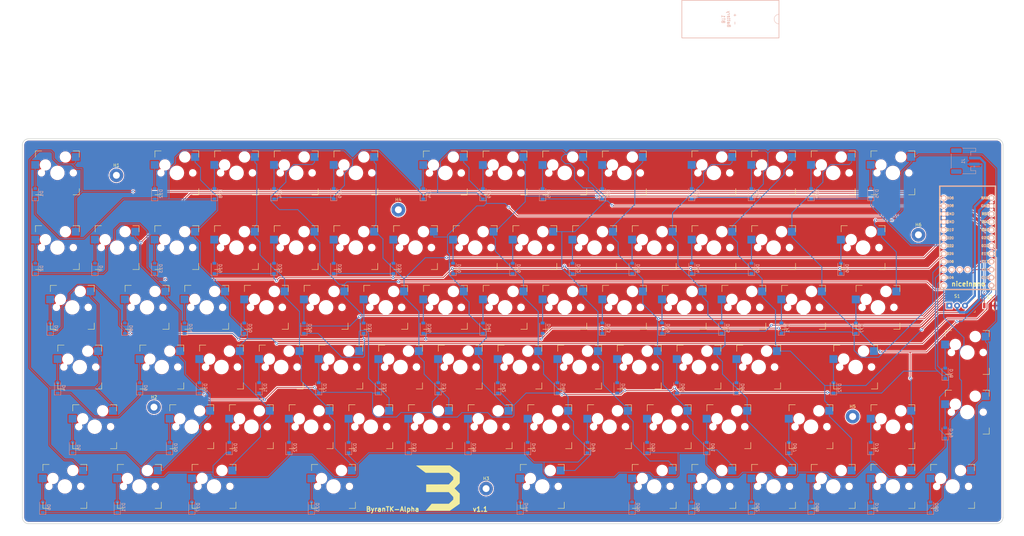
<source format=kicad_pcb>
(kicad_pcb (version 20210722) (generator pcbnew)
  (title_block (title "ByranTK-Alpha") (date "2021-08-22") (rev "v1.1") (company "Byran Technologies") (comment 1 "https://opensource.org/licenses/MIT and https://www.gnu.org/licenses/gpl-3.0.en.html") (comment 2 "GNU GPLv3 license. The sections are idendified in the README.") (comment 3 "License: Various sections are licensed either under the MIT License or the ") (comment 4 "Author: Byran H."))
  (layers (0 "F.Cu" signal) (31 "B.Cu" signal) (34 "B.Paste" user) (35 "F.Paste" user) (36 "B.SilkS" user "B.Silkscreen") (37 "F.SilkS" user "F.Silkscreen") (38 "B.Mask" user) (39 "F.Mask" user) (44 "Edge.Cuts" user))
  (net 0 "")
  (net 1 "ROW_1")
  (net 2 "Net-(D1-Pad2)")
  (net 3 "ROW_2")
  (net 4 "Net-(D2-Pad2)")
  (net 5 "ROW_3")
  (net 6 "Net-(D3-Pad2)")
  (net 7 "ROW_4")
  (net 8 "Net-(D4-Pad2)")
  (net 9 "ROW_5")
  (net 10 "Net-(D5-Pad2)")
  (net 11 "ROW_6")
  (net 12 "Net-(D6-Pad2)")
  (net 13 "Net-(D7-Pad2)")
  (net 14 "Net-(D8-Pad2)")
  (net 15 "Net-(D9-Pad2)")
  (net 16 "Net-(D10-Pad2)")
  (net 17 "Net-(D11-Pad2)")
  (net 18 "Net-(D12-Pad2)")
  (net 19 "Net-(D13-Pad2)")
  (net 20 "Net-(D14-Pad2)")
  (net 21 "Net-(D15-Pad2)")
  (net 22 "Net-(D16-Pad2)")
  (net 23 "Net-(D17-Pad2)")
  (net 24 "Net-(D18-Pad2)")
  (net 25 "Net-(D19-Pad2)")
  (net 26 "Net-(D20-Pad2)")
  (net 27 "Net-(D21-Pad2)")
  (net 28 "Net-(D22-Pad2)")
  (net 29 "Net-(D23-Pad2)")
  (net 30 "Net-(D24-Pad2)")
  (net 31 "Net-(D25-Pad2)")
  (net 32 "Net-(D26-Pad2)")
  (net 33 "Net-(D27-Pad2)")
  (net 34 "Net-(D28-Pad2)")
  (net 35 "Net-(D29-Pad2)")
  (net 36 "Net-(D30-Pad2)")
  (net 37 "Net-(D31-Pad2)")
  (net 38 "Net-(D32-Pad2)")
  (net 39 "Net-(D33-Pad2)")
  (net 40 "Net-(D34-Pad2)")
  (net 41 "Net-(D35-Pad2)")
  (net 42 "Net-(D36-Pad2)")
  (net 43 "Net-(D37-Pad2)")
  (net 44 "Net-(D38-Pad2)")
  (net 45 "Net-(D39-Pad2)")
  (net 46 "Net-(D40-Pad2)")
  (net 47 "Net-(D41-Pad2)")
  (net 48 "Net-(D42-Pad2)")
  (net 49 "Net-(D43-Pad2)")
  (net 50 "Net-(D44-Pad2)")
  (net 51 "Net-(D45-Pad2)")
  (net 52 "Net-(D46-Pad2)")
  (net 53 "Net-(D47-Pad2)")
  (net 54 "Net-(D48-Pad2)")
  (net 55 "Net-(D49-Pad2)")
  (net 56 "Net-(D50-Pad2)")
  (net 57 "Net-(D51-Pad2)")
  (net 58 "Net-(D52-Pad2)")
  (net 59 "Net-(D53-Pad2)")
  (net 60 "Net-(D54-Pad2)")
  (net 61 "Net-(D55-Pad2)")
  (net 62 "Net-(D56-Pad2)")
  (net 63 "Net-(D57-Pad2)")
  (net 64 "Net-(D58-Pad2)")
  (net 65 "Net-(D59-Pad2)")
  (net 66 "Net-(D60-Pad2)")
  (net 67 "Net-(D61-Pad2)")
  (net 68 "Net-(D62-Pad2)")
  (net 69 "Net-(D63-Pad2)")
  (net 70 "Net-(D64-Pad2)")
  (net 71 "Net-(D65-Pad2)")
  (net 72 "Net-(D66-Pad2)")
  (net 73 "Net-(D67-Pad2)")
  (net 74 "Net-(D68-Pad2)")
  (net 75 "Net-(D69-Pad2)")
  (net 76 "Net-(D70-Pad2)")
  (net 77 "Net-(D71-Pad2)")
  (net 78 "Net-(D72-Pad2)")
  (net 79 "Net-(D73-Pad2)")
  (net 80 "Net-(D74-Pad2)")
  (net 81 "Net-(D75-Pad2)")
  (net 82 "Net-(D76-Pad2)")
  (net 83 "Net-(D77-Pad2)")
  (net 84 "Net-(D78-Pad2)")
  (net 85 "Net-(D79-Pad2)")
  (net 86 "Net-(D80-Pad2)")
  (net 87 "GND")
  (net 88 "Net-(J1-Pad2)")
  (net 90 "BTTR+")
  (net 91 "RESET")
  (net 92 "COL_1")
  (net 93 "COL_2")
  (net 94 "COL_3")
  (net 95 "COL_4")
  (net 96 "COL_5")
  (net 97 "COL_6")
  (net 98 "COL_7")
  (net 99 "COL_8")
  (net 100 "COL_9")
  (net 101 "COL_10")
  (net 102 "COL_11")
  (net 103 "COL_12")
  (net 104 "COL_13")
  (net 105 "COL_14")
  (footprint "MountingHole:MountingHole_2.2mm_M2_Pad" (layer "F.Cu") (at 318.82 167.85)
    (fp_text reference "H5")
    (fp_text value "M2 Mounting_Hole")
  )
  (footprint "MX_Only:MXOnly-1U-Hotswap" (layer "F.Cu") (at 241.22 171.1)
    (fp_text reference "SW49")
    (fp_text value "SW_Push")
  )
  (footprint "MX_Only:MXOnly-2.25U-Hotswap" (layer "F.Cu") (at 319.77 152.05)
    (fp_text reference "SW72")
    (fp_text value "SW_Push")
  )
  (footprint "MX_Only:MXOnly-1U-Hotswap" (layer "F.Cu") (at 84.045 113.925)
    (fp_text reference "SW7")
    (fp_text value "SW_Push")
  )
  (footprint "MX_Only:MXOnly-1.75U-Hotswap" (layer "F.Cu") (at 72.1325 152.05)
    (fp_text reference "SW4")
    (fp_text value "SW_Push")
  )
  (footprint "MX_Only:MXOnly-1.5U-Hotswap" (layer "F.Cu") (at 69.7513 133)
    (fp_text reference "SW3")
    (fp_text value "SW_Push")
  )
  (footprint "MX_Only:MXOnly-1U-Hotswap" (layer "F.Cu") (at 160.27 90.08)
    (fp_text reference "SW29")
    (fp_text value "SW_Push")
  )
  (footprint "MX_Only:MXOnly-1.25U-Hotswap" (layer "F.Cu") (at 91.17 190.15)
    (fp_text reference "SW11")
    (fp_text value "SW_Push")
  )
  (footprint "MX_Only:MXOnly-1.25U-Hotswap" (layer "F.Cu") (at 67.37 190.15)
    (fp_text reference "SW6")
    (fp_text value "SW_Push")
  )
  (footprint "MX_Only:MXOnly-2.75U-Hotswap" (layer "F.Cu") (at 153.12 190.15)
    (fp_text reference "SW23")
    (fp_text value "SW_Push")
  )
  (footprint "MX_Only:MXOnly-1U-Hotswap" (layer "F.Cu") (at 250.72 152.05)
    (fp_text reference "SW54")
    (fp_text value "SW_Push")
  )
  (footprint "MX_Only:MXOnly-1U-Hotswap" (layer "F.Cu") (at 226.92 90.11)
    (fp_text reference "SW45")
    (fp_text value "SW_Push")
  )
  (footprint "MX_Only:MXOnly-1U-Hotswap" (layer "F.Cu") (at 226.95 133)
    (fp_text reference "SW47")
    (fp_text value "SW_Push")
  )
  (footprint "MX_Only:MXOnly-1U-Hotswap" (layer "F.Cu") (at 274.5263 190.15)
    (fp_text reference "SW56")
    (fp_text value "SW_Push")
  )
  (footprint "MX_Only:MXOnly-1U-Hotswap" (layer "F.Cu") (at 350.7263 190.15)
    (fp_text reference "SW80")
    (fp_text value "SW_Push")
  )
  (footprint "MX_Only:MXOnly-1U-Hotswap" (layer "F.Cu") (at 103.12 90.08)
    (fp_text reference "SW12")
    (fp_text value "SW_Push")
  )
  (footprint "MountingHole:MountingHole_2.2mm_M2_Pad" (layer "F.Cu") (at 83.82 90.85)
    (fp_text reference "H1")
    (fp_text value "M2 Mounting_Hole")
  )
  (footprint "MX_Only:MXOnly-1U-Hotswap" (layer "F.Cu") (at 331.6763 171.1)
    (fp_text reference "SW73")
    (fp_text value "SW_Push")
  )
  (footprint "MountingHole:MountingHole_2.2mm_M2_Pad" (layer "F.Cu") (at 339.82 109.85)
    (fp_text reference "H6")
    (fp_text value "M2 Mounting_Hole")
  )
  (footprint "MX_Only:MXOnly-1U-Hotswap" (layer "F.Cu") (at 136.42 152.05)
    (fp_text reference "SW21")
    (fp_text value "SW_Push")
  )
  (footprint "MX_Only:MXOnly-1U-Hotswap" (layer "F.Cu") (at 112.65 133)
    (fp_text reference "SW14")
    (fp_text value "SW_Push")
  )
  (footprint "MX_Only:MXOnly-1U-Hotswap" (layer "F.Cu") (at 193.57 152.05)
    (fp_text reference "SW37")
    (fp_text value "SW_Push")
  )
  (footprint "MX_Only:MXOnly-1U-Hotswap" (layer "F.Cu") (at 198.345 113.925)
    (fp_text reference "SW40")
    (fp_text value "SW_Push")
  )
  (footprint "nice_nano:nice_nano" (layer "F.Cu") (at 355.52 112.0667)
    (fp_text reference "U1" hide)
    (fp_text value "nice_nano" hide)
  )
  (footprint "MX_Only:MXOnly-1U-Hotswap" (layer "F.Cu") (at 174.52 152.05)
    (fp_text reference "SW32")
    (fp_text value "SW_Push")
  )
  (footprint "MX_Only:MXOnly-1U-Hotswap" (layer "F.Cu") (at 274.52 90.08)
    (fp_text reference "SW57")
    (fp_text value "SW_Push")
  )
  (footprint "MX_Only:MXOnly-2U-Hotswap" (layer "F.Cu") (at 322.1513 113.925)
    (fp_text reference "SW76")
    (fp_text value "SW_Push")
  )
  (footprint "MX_Only:MXOnly-1U-Hotswap" (layer "F.Cu") (at 312.62 90.08)
    (fp_text reference "SW69")
    (fp_text value "SW_Push")
  )
  (footprint "MountingHole:MountingHole_2.2mm_M2_Pad" (layer "F.Cu") (at 173.82 101.85)
    (fp_text reference "H4")
    (fp_text value "M2 Mounting_Hole")
  )
  (footprint "MX_Only:MXOnly-1U-Hotswap" (layer "F.Cu") (at 207.87 90.11)
    (fp_text reference "SW39")
    (fp_text value "SW_Push")
  )
  (footprint "MX_Only:MXOnly-1U-Hotswap" (layer "F.Cu") (at 207.9 133)
    (fp_text reference "SW41")
    (fp_text value "SW_Push")
  )
  (footprint "MX_Only:MXOnly-1.75U-Hotswap" (layer "F.Cu") (at 305.52 171.1)
    (fp_text reference "SW67")
    (fp_text value "SW_Push")
  )
  (footprint "MX_Only:MXOnly-1U-Hotswap" (layer "F.Cu") (at 303.15 133)
    (fp_text reference "SW71")
    (fp_text value "SW_Push")
  )
  (footprint "MX_Only:MXOnly-1U-Hotswap" (layer "F.Cu") (at 331.6763 190.15)
    (fp_text reference "SW74")
    (fp_text value "SW_Push")
  )
  (footprint "MX_Only:MXOnly-1U-Hotswap" (layer "F.Cu") (at 222.17 171.1)
    (fp_text reference "SW43")
    (fp_text value "SW_Push")
  )
  (footprint "digikey-footprints:Switch_Tactile_SMD_B3U-1000P" (layer "F.Cu") (at 362.55 132.45)
    (fp_text reference "S2")
    (fp_text value "B3U-1000P")
  )
  (footprint "MX_Only:MXOnly-1U-Hotswap" (layer "F.Cu") (at 274.545 113.925)
    (fp_text reference "SW64")
    (fp_text value "SW_Push")
  )
  (footprint "MX_Only:MXOnly-1U-Hotswap" (layer "F.Cu") (at 331.67 90.08)
    (fp_text reference "SW75")
    (fp_text value "SW_Push")
  )
  (footprint "MX_Only:MXOnly-1U-Hotswap" (layer "F.Cu") (at 255.4763 190.15)
    (fp_text reference "SW50")
    (fp_text value "SW_Push")
  )
  (footprint "MX_Only:MXOnly-1U-Hotswap" (layer "F.Cu") (at 312.6263 190.15)
    (fp_text reference "SW68")
    (fp_text value "SW_Push")
  )
  (footprint "MX_Only:MXOnly-1U-Hotswap" (layer "F.Cu") (at 260.27 171.1)
    (fp_text reference "SW55")
    (fp_text value "SW_Push")
  )
  (footprint "MountingHole:MountingHole_2.2mm_M2_Pad" (layer "F.Cu") (at 201.82 190.85)
    (fp_text reference "H3")
    (fp_text value "M2 Mounting_Hole")
  )
  (footprint "BYRANTECHLOGO:byrantech_logo" (layer "F.Cu") (at 186.42 190.7)
    (fp_text reference "G***" hide)
    (fp_text value "LOGO" hide)
  )
  (footprint "MX_Only:MXOnly-1U-Hotswap" (layer "F.Cu") (at 155.47 152.05)
    (fp_text reference "SW27")
    (fp_text value "SW_Push")
  )
  (footprint "MX_Only:MXOnly-1U-Hotswap" (layer "F.Cu") (at 64.9888 90.08)
    (fp_text reference "SW1")
    (fp_text value "SW_Push")
  )
  (footprint "digikey-footprints:Switch_Slide_11.6x4mm_EG1218" (layer "F.Cu") (at 349.67 132.45)
    (fp_text reference "S1")
    (fp_text value "EG1218")
  )
  (footprint "MX_Only:MXOnly-1.5U-Hotswap" (layer "F.Cu") (at 326.9138 133)
    (fp_text reference "SW77")
    (fp_text value "SW_Push")
  )
  (footprint "MX_Only:MXOnly-1U-Hotswap" (layer "F.Cu") (at 284.1 133)
    (fp_text reference "SW65")
    (fp_text value "SW_Push")
  )
  (footprint "MX_Only:MXOnly-1U-Hotswap" (layer "F.Cu") (at 145.97 171.1)
    (fp_text reference "SW22")
    (fp_text value "SW_Push")
  )
  (footprint "MX_Only:MXOnly-1U-Hotswap" (layer "F.Cu") (at 165.02 171.1)
    (fp_text reference "SW28")
    (fp_text value "SW_Push")
  )
  (footprint "MX_Only:MXOnly-1U-Hotswap" (layer "F.Cu") (at 117.37 152.05)
    (fp_text reference "SW15")
    (fp_text value "SW_Push")
  )
  (footprint "MX_Only:MXOnly-1U-Hotswap" (layer "F.Cu") (at 93.6 133)
    (fp_text reference "SW8")
    (fp_text value "SW_Push")
  )
  (footprint "MX_Only:MXOnly-1.25U-Hotswap" (layer "F.Cu") (at 114.98 190.14)
    (fp_text reference "SW17")
    (fp_text value "SW_Push")
  )
  (footprint "MX_Only:MXOnly-1U-Hotswap" (layer "F.Cu") (at 141.22 90.08)
    (fp_text reference "SW24")
    (fp_text value "SW_Push")
  )
  (footprint "MX_Only:MXOnly-1U-Hotswap" (layer "F.Cu") (at 255.495 113.925)
    (fp_text reference "SW58")
    (fp_text value "SW_Push")
  )
  (footprint "MX_Only:MXOnly-1U-Hotswap" (layer "F.Cu") (at 231.67 152.05)
    (fp_text reference "SW48")
    (fp_text value "SW_Push")
  )
  (footprint "MX_Only:MXOnly-1U-Hotswap" (layer "F.Cu") (at 269.77 152.05)
    (fp_text reference "SW60")
    (fp_text value "SW_Push")
  )
  (footprint "MX_Only:MXOnly-1U-Hotswap" (layer "F.Cu") (at 184.07 171.1)
    (fp_text reference "SW33")
    (fp_text value "SW_Push")
  )
  (footprint "MX_Only:MXOnly-1U-Hotswap" (layer "F.Cu") (at 236.445 113.925)
    (fp_text reference "SW52")
    (fp_text value "SW_Push")
  )
  (footprint "MX_Only:MXOnly-2.25U-Hotswap" (layer "F.Cu") (at 76.895 171.1)
    (fp_text reference "SW5")
    (fp_text value "SW_Push")
  )
  (footprint "MX_Only:MXOnly-1U-Hotswap" (layer "F.Cu") (at 245.97 90.11)
    (fp_text reference "SW51")
    (fp_text value "SW_Push")
  )
  (footprint "MX_Only:MXOnly-1U-Hotswap" (layer "F.Cu") (at 293.57 90.08)
    (fp_text reference "SW63")
    (fp_text value "SW_Push")
  )
  (footprint "MX_Only:MXOnly-1U-Hotswap" (layer "F.Cu") (at 188.85 133)
    (fp_text reference "SW36")
    (fp_text value "SW_Push")
  )
  (footprint "MX_Only:MXOnly-1U-Hotswap" (layer "F.Cu") (at 122.145 113.925)
    (fp_text reference "SW19")
    (fp_text value "SW_Push")
  )
  (footprint "MX_Only:MXOnly-1U-Hotswap" (layer "F.Cu") (at 212.62 152.05)
    (fp_text reference "SW42")
    (fp_text value "SW_Push")
  )
  (footprint "MX_Only:MXOnly-1U-Hotswap" (layer "F.Cu") (at 64.9888 113.925)
    (fp_text reference "SW2")
    (fp_text value "SW_Push")
  )
  (footprint "MX_Only:MXOnly-1U-Hotswap" (layer "F.Cu") (at 179.295 113.925)
    (fp_text reference "SW35")
    (fp_text value "SW_Push")
  )
  (footprint "MX_Only:MXOnly-1U-Hotswap" (layer "F.Cu") (at 188.82 90.11)
    (fp_text reference "SW34")
    (fp_text value "SW_Push")
  )
  (footprint "MX_Only:MXOnly-1U-Hotswap" (layer "F.Cu") (at 246 133)
    (fp_text reference "SW53")
    (fp_text value "SW_Push")
  )
  (footprint "MX_Only:MXOnly-2.75U-Hotswap" (layer "F.Cu") (at 219.77 190.15)
    (fp_text reference "SW44")
    (fp_text value "SW_Push")
  )
  (footprint "MX_Only:MXOnly-1U-Hotswap" (layer "F.Cu") (at 122.17 90.08)
    (fp_text reference "SW18")
    (fp_text value "SW_Push")
  )
  (footprint "MX_Only:MXOnly-1U-Hotswap" (layer "F.Cu") (at 355.42 166.45)
    (fp_text reference "SW79")
    (fp_text value "SW_Push")
  )
  (footprint "MX_Only:MXOnly-1U-Hotswap" (layer "F.Cu") (at 169.8 133)
    (fp_text reference "SW31")
    (fp_text value "SW_Push")
  )
  (footprint "MX_Only:MXOnly-1U-Hotswap" (layer "F.Cu") (at 107.87 171.1)
    (fp_text reference "SW10")
    (fp_text value "SW_Push")
  )
  (footprint "MX_Only:MXOnly-1U-Hotswap" (layer "F.Cu") (at 203.12 171.1)
    (fp_text reference "SW38")
    (fp_text value "SW_Push")
  )
  (footprint "MX_Only:MXOnly-1U-Hotswap" (layer "F.Cu") (at 98.32 152.05)
    (fp_text reference "SW9")
    (fp_text value "SW_Push")
  )
  (footprint "MX_Only:MXOnly-1U-Hotswap" (layer "F.Cu") (at 150.75 133)
    (fp_text reference "SW26")
    (fp_text value "SW_Push")
  )
  (footprint "MX_Only:MXOnly-1U-Hotswap" (layer "F.Cu") (at 131.7 133)
    (fp_text reference "SW20")
    (fp_text value "SW_Push")
  )
  (footprint "MX_Only:MXOnly-1U-Hotswap" (layer "F.Cu") (at 265.05 133)
    (fp_text reference "SW59")
    (fp_text value "SW_Push")
  )
  (footprint "MX_Only:MXOnly-1U-Hotswap" (layer "F.Cu") (at 288.82 152.05)
    (fp_text reference "SW66")
    (fp_text value "SW_Push")
  )
  (footprint "MountingHole:MountingHole_2.2mm_M2_Pad" (layer "F.Cu") (at 95.82 164.85)
    (fp_text reference "H2")
    (fp_text value "M2 Mounting_Hole")
  )
  (footprint "MX_Only:MXOnly-1U-Hotswap" (layer "F.Cu") (at 293.595 113.925)
    (fp_text reference "SW70")
    (fp_text value "SW_Push")
  )
  (footprint "MX_Only:MXOnly-1U-Hotswap" (layer "F.Cu") (at 126.92 171.1)
    (fp_text reference "SW16")
    (fp_text value "SW_Push")
  )
  (footprint "MX_Only:MXOnly-1U-Hotswap" (layer "F.Cu") (at 279.32 171.1)
    (fp_text reference "SW61")
    (fp_text value "SW_Push")
  )
  (footprint "MX_Only:MXOnly-1U-Hotswap" (layer "F.Cu") (at 103.095 113.925)
    (fp_text reference "SW13")
    (fp_text value "SW_Push")
  )
  (footprint "MX_Only:MXOnly-1U-Hotswap" (layer "F.Cu") (at 217.395 113.925)
    (fp_text reference "SW46")
    (fp_text value "SW_Push")
  )
  (footprint "MX_Only:MXOnly-1U-Hotswap" (layer "F.Cu") (at 141.195 113.925)
    (fp_text reference "SW25")
    (fp_text value "SW_Push")
  )
  (footprint "MX_Only:MXOnly-1U-Hotswap" (layer "F.Cu") (at 355.42 147.4)
    (fp_text reference "SW78")
    (fp_text value "SW_Push")
  )
  (footprint "MX_Only:MXOnly-1U-Hotswap" (layer "F.Cu") (at 293.5763 190.15)
    (fp_text reference "SW62")
    (fp_text value "SW_Push")
  )
  (footprint "MX_Only:MXOnly-1U-Hotswap" (layer "F.Cu") (at 160.245 113.925)
    (fp_text reference "SW30")
    (fp_text value "SW_Push")
  )
  (footprint "Diode_SMD:D_SOD-123" (layer "B.Cu") (at 124.625 139.65 90)
    (fp_text reference "D20")
    (fp_text value "1N4148W")
  )
  (footprint "Diode_SMD:D_SOD-123" (layer "B.Cu") (at 146.05 196.8 90)
    (fp_text reference "D23")
    (fp_text value "1N4148W")
  )
  (footprint "Diode_SMD:D_SOD-123" (layer "B.Cu") (at 186.5 158.7 90)
    (fp_text reference "D37")
    (fp_text value "1N4148W")
  )
  (footprint "Diode_SMD:D_SOD-123" (layer "B.Cu") (at 253.2 177.75 90)
    (fp_text reference "D55")
    (fp_text value "1N4148W")
  )
  (footprint "Diode_SMD:D_SOD-123" (layer "B.Cu") (at 267.475 120.575 90)
    (fp_text reference "D64")
    (fp_text value "1N4148W")
  )
  (footprint "Diode_SMD:D_SOD-123" (layer "B.Cu") (at 84.1 196.8 90)
    (fp_text reference "D11")
    (fp_text value "1N4148W")
  )
  (footprint "Diode_SMD:D_SOD-123" (layer "B.Cu") (at 60.3 196.8 90)
    (fp_text reference "D6")
    (fp_text value "1N4148W")
  )
  (footprint "Diode_SMD:D_SOD-123" (layer "B.Cu") (at 243.65 158.7 90)
    (fp_text reference "D54")
    (fp_text value "1N4148W")
  )
  (footprint "Diode_SMD:D_SOD-123" (layer "B.Cu") (at 134.125 120.575 90)
    (fp_text reference "D25")
    (fp_text value "1N4148W")
  )
  (footprint "Diode_SMD:D_SOD-123" (layer "B.Cu") (at 312.7 158.7 90)
    (fp_text reference "D72")
    (fp_text value "1N4148W")
  )
  (footprint "Diode_SMD:D_SOD-123" (layer "B.Cu") (at 196.05 177.75 90)
    (fp_text reference "D38")
    (fp_text value "1N4148W")
  )
  (footprint "Diode_SMD:D_SOD-123" (layer "B.Cu") (at 200.8 96.755 90)
    (fp_text reference "D39")
    (fp_text value "1N4148W")
  )
  (footprint "Diode_SMD:D_SOD-123" (layer "B.Cu") (at 277.025 139.65 90)
    (fp_text reference "D65")
    (fp_text value "1N4148W")
  )
  (footprint "Diode_SMD:D_SOD-123" (layer "B.Cu") (at 224.6 158.7 90)
    (fp_text reference "D48")
    (fp_text value "1N4148W")
  )
  (footprint "Diode_SMD:D_SOD-123" (layer "B.Cu") (at 248.425 120.575 90)
    (fp_text reference "D58")
    (fp_text value "1N4148W")
  )
  (footprint "Diode_SMD:D_SOD-123" (layer "B.Cu") (at 272.25 177.75 90)
    (fp_text reference "D61")
    (fp_text value "1N4148W")
  )
  (footprint "Diode_SMD:D_SOD-123" (layer "B.Cu") (at 257.975 139.65 90)
    (fp_text reference "D59")
    (fp_text value "1N4148W")
  )
  (footprint "Diode_SMD:D_SOD-123" (layer "B.Cu") (at 319.85 139.65 90)
    (fp_text reference "D77")
    (fp_text value "1N4148W")
  )
  (footprint "Diode_SMD:D_SOD-123" (layer "B.Cu") (at 115.1 96.73 90)
    (fp_text reference "D18")
    (fp_text value "1N4148W")
  )
  (footprint "Diode_SMD:D_SOD-123" (layer "B.Cu") (at 262.7 158.7 90)
    (fp_text reference "D60")
    (fp_text value "1N4148W")
  )
  (footprint "Diode_SMD:D_SOD-123" (layer "B.Cu") (at 324.6 196.8 90)
    (fp_text reference "D74")
    (fp_text value "1N4148W")
  )
  (footprint "Diode_SMD:D_SOD-123" (layer "B.Cu") (at 215.1 177.75 90)
    (fp_text reference "D43")
    (fp_text value "1N4148W")
  )
  (footprint "Diode_SMD:D_SOD-123" (layer "B.Cu") (at 324.6 96.73 90)
    (fp_text reference "D75")
    (fp_text value "1N4148W")
  )
  (footprint "Battery:ADAFRUIT_BAT_ID_1570_100mAh" (layer "B.Cu") (at 279.804 41 90)
    (fp_text reference "BT1")
    (fp_text value "Battery")
  )
  (footprint "Diode_SMD:D_SOD-123" (layer "B.Cu") (at 324.6 177.75 90)
    (fp_text reference "D73")
    (fp_text value "1N4148W")
  )
  (footprint "Diode_SMD:D_SOD-123" (layer "B.Cu") (at 343.65 196.8 90)
    (fp_text reference "D80")
    (fp_text value "1N4148W")
  )
  (footprint "Diode_SMD:D_SOD-123" (layer "B.Cu") (at 238.9 96.755 90)
    (fp_text reference "D51")
    (fp_text value "1N4148W")
  )
  (footprint "Diode_SMD:D_SOD-123" (layer "B.Cu") (at 281.75 158.7 90)
    (fp_text reference "D66")
    (fp_text value "1N4148W")
  )
  (footprint "Diode_SMD:D_SOD-123" (layer "B.Cu") (at 129.35 158.7 90)
    (fp_text reference "D21")
    (fp_text value "1N4148W")
  )
  (footprint "Diode_SMD:D_SOD-123" (layer "B.Cu") (at 177 177.75 90)
    (fp_text reference "D33")
    (fp_text value "1N4148W")
  )
  (footprint "Diode_SMD:D_SOD-123" (layer "B.Cu") (at 298.45 177.75 90)
    (fp_text reference "D67")
    (fp_text value "1N4148W")
  )
  (footprint "Diode_SMD:D_SOD-123" (layer "B.Cu") (at 234.15 177.75 90)
    (fp_text reference "D49")
    (fp_text value "1N4148W")
  )
  (footprint "Diode_SMD:D_SOD-123" (layer "B.Cu") (at 162.725 139.65 90)
    (fp_text reference "D31")
    (fp_text value "1N4148W")
  )
  (footprint "Diode_SMD:D_SOD-123" (layer "B.Cu") (at 219.85 96.755 90)
    (fp_text reference "D45")
    (fp_text value "1N4148W")
  )
  (footprint "Diode_SMD:D_SOD-123" (layer "B.Cu") (at 267.45 196.8 90)
    (fp_text reference "D56")
    (fp_text value "1N4148W")
  )
  (footprint "Diode_SMD:D_SOD-123" (layer "B.Cu") (at 110.3 158.7 90)
    (fp_text reference "D15")
    (fp_text value "1N4148W")
  )
  (footprint "Diode_SMD:D_SOD-123" (layer "B.Cu") (at 143.675 139.65 90)
    (fp_text reference "D26")
    (fp_text value "1N4148W")
  )
  (footprint "Diode_SMD:D_SOD-123" (layer "B.Cu") (at 115.075 120.575 90)
    (fp_text reference "D19")
    (fp_text value "1N4148W")
  )
  (footprint "Diode_SMD:D_SOD-123" (layer "B.Cu") (at 96.02 120.57 90)
    (fp_text reference "D13")
    (fp_text value "1N4148W")
  )
  (footprint "Diode_SMD:D_SOD-123" (layer "B.Cu") (at 210.325 120.575 90)
    (fp_text reference "D46")
    (fp_text value "1N4148W")
  )
  (footprint "Diode_SMD:D_SOD-123" (layer "B.Cu") (at 107.91 196.79 90)
    (fp_text reference "D17")
    (fp_text value "1N4148W")
  )
  (footprint "Diode_SMD:D_SOD-123" (layer "B.Cu") (at 305.56 196.79 90)
    (fp_text reference "D68")
    (fp_text value "1N4148W")
  )
  (footprint "Diode_SMD:D_SOD-123" (layer "B.Cu") (at 153.2 96.73 90)
    (fp_text reference "D29")
    (fp_text value "1N4148W")
  )
  (footprint "Diode_SMD:D_SOD-123" (layer "B.Cu") (at 248.41 196.8 90)
    (fp_text reference "D50")
    (fp_text value "1N4148W")
  )
  (footprint "Diode_SMD:D_SOD-123" (layer "B.Cu") (at 172.225 120.575 90)
    (fp_text reference "D35")
    (fp_text value "1N4148W")
  )
  (footprint "Diode_SMD:D_SOD-123" (layer "B.Cu") (at 119.85 177.76 90)
    (fp_text reference "D16")
    (fp_text value "1N4148W")
  )
  (footprint "Diode_SMD:D_SOD-123" (layer "B.Cu") (at 62.675 139.65 90)
    (fp_text reference "D3")
    (fp_text value "1N4148W")
  )
  (footprint "Diode_SMD:D_SOD-123" (layer "B.Cu") (at 191.275 120.575 90)
    (fp_text reference "D40")
    (fp_text value "1N4148W")
  )
  (footprint "Diode_SMD:D_SOD-123" (layer "B.Cu") (at 157.95 177.75 90)
    (fp_text reference "D28")
    (fp_text value "1N4148W")
  )
  (footprint "Diode_SMD:D_SOD-123" (layer "B.Cu") (at 229.375 120.575 90)
    (fp_text reference "D52")
    (fp_text value "1N4148W")
  )
  (footprint "Diode_SMD:D_SOD-123" (layer "B.Cu") (at 167.45 158.7 90)
    (fp_text reference "D32")
    (fp_text value "1N4148W")
  )
  (footprint "Diode_SMD:D_SOD-123" (layer "B.Cu") (at 181.775 139.65 90)
    (fp_text reference "D36")
    (fp_text value "1N4148W")
  )
  (footprint "Connector_JST:JST_PH_S2B-PH-SM4-TB_1x02-1MP_P2.00mm_Horizontal" (layer "B.Cu") (at 354.82 86.3 90)
    (fp_text reference "J1")
    (fp_text value "JST-PH_SM4")
  )
  (footprint "Diode_SMD:D_SOD-123" (layer "B.Cu") (at 57.92 96.73 90)
    (fp_text reference "D1")
    (fp_text value "1N4148W")
  )
  (footprint "Diode_SMD:D_SOD-123" (layer "B.Cu") (at 348.35 154.05 90)
    (fp_text reference "D78")
    (fp_text value "1N4148W")
  )
  (footprint "Diode_SMD:D_SOD-123" (layer "B.Cu") (at 100.8 177.75 90)
    (fp_text reference "D10")
    (fp_text value "1N4148W")
  )
  (footprint "Diode_SMD:D_SOD-123" (layer "B.Cu") (at 57.925 120.575 90)
    (fp_text reference "D2")
    (fp_text value "1N4148W")
  )
  (footprint "Diode_SMD:D_SOD-123" (layer "B.Cu") (at 65.06 158.7 90)
    (fp_text reference "D4")
    (fp_text value "1N4148W")
  )
  (footprint "Diode_SMD:D_SOD-123" (layer "B.Cu") (at 86.525 139.65 90)
    (fp_text reference "D8")
    (fp_text value "1N4148W")
  )
  (footprint "Diode_SMD:D_SOD-123" (layer "B.Cu") (at 305.55 96.73 90)
    (fp_text reference "D69")
    (fp_text value "1N4148W")
  )
  (footprint "Diode_SMD:D_SOD-123" (layer "B.Cu") (at 205.55 158.7 90)
    (fp_text reference "D42")
    (fp_text value "1N4148W")
  )
  (footprint "Diode_SMD:D_SOD-123" (layer "B.Cu") (at 296.075 139.65 90)
    (fp_text reference "D71")
    (fp_text value "1N4148W")
  )
  (footprint "Diode_SMD:D_SOD-123" (layer "B.Cu") (at 267.45 96.73 90)
    (fp_text reference "D57")
    (fp_text value "1N4148W")
  )
  (footprint "Diode_SMD:D_SOD-123" (layer "B.Cu") (at 212.7 196.8 90)
    (fp_text reference "D44")
    (fp_text value "1N4148W")
  )
  (footprint "Diode_SMD:D_SOD-123" (layer "B.Cu") (at 69.82 177.75 90)
    (fp_text reference "D5")
    (fp_text value "1N4148W")
  )
  (footprint "Diode_SMD:D_SOD-123" (layer "B.Cu") (at 181.75 96.755 90)
    (fp_text reference "D34")
    (fp_text value "1N4148W")
  )
  (footprint "Diode_SMD:D_SOD-123" (layer "B.Cu") (at 96.05 96.73 90)
    (fp_text reference "D12")
    (fp_text value "1N4148W")
  )
  (footprint "Diode_SMD:D_SOD-123" (layer "B.Cu") (at 219.875 139.65 90)
    (fp_text reference "D47")
    (fp_text value "1N4148W")
  )
  (footprint "Diode_SMD:D_SOD-123" (layer "B.Cu") (at 315.075 120.575 90)
    (fp_text reference "D76")
    (fp_text value "1N4148W")
  )
  (footprint "Diode_SMD:D_SOD-123" (layer "B.Cu") (at 76.975 120.575 90)
    (fp_text reference "D7")
    (fp_text value "1N4148W")
  )
  (footprint "Diode_SMD:D_SOD-123" (layer "B.Cu") (at 134.15 96.73 90)
    (fp_text reference "D24")
    (fp_text value "1N4148W")
  )
  (footprint "Diode_SMD:D_SOD-123" (layer "B.Cu") (at 91.25 158.7 90)
    (fp_text reference "D9")
    (fp_text value "1N4148W")
  )
  (footprint "Diode_SMD:D_SOD-123" (layer "B.Cu") (at 238.925 139.65 90)
    (fp_text reference "D53")
    (fp_text value "1N4148W")
  )
  (footprint "Diode_SMD:D_SOD-123" (layer "B.Cu") (at 153.175 120.575 90)
    (fp_text reference "D30")
    (fp_text value "1N4148W")
  )
  (footprint "Diode_SMD:D_SOD-123" (layer "B.Cu") (at 286.51 196.8 90)
    (fp_text reference "D62")
    (fp_text value "1N4148W")
  )
  (footprint "Diode_SMD:D_SOD-123" (layer "B.Cu") (at 105.58 139.65 90)
    (fp_text reference "D14")
    (fp_text value "1N4148W")
  )
  (footprint "Diode_SMD:D_SOD-123" (layer "B.Cu") (at 348.35 173.1 90)
    (fp_text reference "D79")
    (fp_text value "1N4148W")
  )
  (footprint "Diode_SMD:D_SOD-123" (layer "B.Cu") (at 138.9 177.75 90)
    (fp_text reference "D22")
    (fp_text value "1N4148W")
  )
  (footprint "Diode_SMD:D_SOD-123" (layer "B.Cu") (at 200.825 139.65 90)
    (fp_text reference "D41")
    (fp_text value "1N4148W")
  )
  (footprint "Diode_SMD:D_SOD-123" (layer "B.Cu") (at 286.525 120.575 90)
    (fp_text reference "D70")
    (fp_text value "1N4148W")
  )
  (footprint "Diode_SMD:D_SOD-123" (layer "B.Cu") (at 148.4 158.7 90)
    (fp_text reference "D27")
    (fp_text value "1N4148W")
  )
  (footprint "Diode_SMD:D_SOD-123" (layer "B.Cu") (at 286.5 96.73 90)
    (fp_text reference "D63")
    (fp_text value "1N4148W")
  )
  (gr_arc (start 364.820001 200.05) (end 364.82 202.05) (angle -90) (layer "Edge.Cuts") (width 0.2))
  (gr_arc (start 55.819999 81.2) (end 53.82 81.2) (angle 90) (layer "Edge.Cuts") (width 0.2))
  (gr_arc (start 364.82 81.199999) (end 366.82 81.2) (angle -90) (layer "Edge.Cuts") (width 0.2))
  (gr_arc (start 55.82 200.05) (end 53.82 200.049999) (angle -90) (layer "Edge.Cuts") (width 0.2))
  (gr_line (start 364.82 202.05) (end 55.819999 202.05) (layer "Edge.Cuts") (width 0.2))
  (gr_line (start 366.82 81.2) (end 366.820001 200.050001) (layer "Edge.Cuts") (width 0.2))
  (gr_line (start 53.82 200.049999) (end 53.82 81.2) (layer "Edge.Cuts") (width 0.2))
  (gr_line (start 55.82 79.2) (end 364.82 79.2) (layer "Edge.Cuts") (width 0.2))
  (gr_text "${REVISION}" (at 199.96 197.45) (layer "F.SilkS") (effects (font (size 1.5 1.5) (thickness 0.3))))
  (gr_text "ByranTK-Alpha" (at 172 197.45) (layer "F.SilkS") (effects (font (size 1.5 1.5) (thickness 0.3))))
  (segment (start 305.55 98.38) (end 320.1995 98.38) (width 0.25) (layer "B.Cu") (net 1))
  (segment (start 228.6234 83.0448) (end 227.4517 84.2165) (width 0.25) (layer "B.Cu") (net 1))
  (segment (start 153.2 97.9274) (end 135.6577 97.9274) (width 0.25) (layer "B.Cu") (net 1))
  (segment (start 186.3466 89.0592) (end 186.3466 96.422) (width 0.25) (layer "B.Cu") (net 1))
  (segment (start 227.1226 87.1526) (end 225.87 85.9) (width 0.25) (layer "B.Cu") (net 1))
  (segment (start 181.75 98.405) (end 181.75 97.4999) (width 0.25) (layer "B.Cu") (net 1))
  (segment (start 96.05 98.38) (end 100.55 98.38) (width 0.25) (layer "B.Cu") (net 1))
  (segment (start 268.9577 97.9274) (end 268.5051 98.38) (width 0.25) (layer "B.Cu") (net 1))
  (segment (start 230.02 88.55) (end 228.6226 87.1526) (width 0.25) (layer "B.Cu") (net 1))
  (segment (start 291.7634 83.8074) (end 291.0008 83.0448) (width 0.25) (layer "B.Cu") (net 1))
  (segment (start 104.8546 83.0198) (end 102.6902 85.1842) (width 0.25) (layer "B.Cu") (net 1))
  (segment (start 181.75 97.4179) (end 181.75 97.4999) (width 0.25) (layer "B.Cu") (net 1))
  (segment (start 219.85 98.405) (end 238.9 98.405) (width 0.25) (layer "B.Cu") (net 1))
  (segment (start 198.817 96.422) (end 200.8 98.405) (width 0.25) (layer "B.Cu") (net 1))
  (segment (start 153.2 98.38) (end 153.2 97.9274) (width 0.25) (layer "B.Cu") (net 1))
  (segment (start 319.7038 83.0431) (end 292.5277 83.0431) (width 0.25) (layer "B.Cu") (net 1))
  (segment (start 153.2 97.9274) (end 153.2 97.4749) (width 0.25) (layer "B.Cu") (net 1))
  (segment (start 290.3213 93.6536) (end 286.5 97.4749) (width 0.25) (layer "B.Cu") (net 1))
  (segment (start 286.5 97.9274) (end 268.9577 97.9274) (width 0.25) (layer "B.Cu") (net 1))
  (segment (start 228.6226 87.1526) (end 227.1226 87.1526) (width 0.25) (layer "B.Cu") (net 1))
  (segment (start 57.92 98.38) (end 57.92 103.175) (width 0.25) (layer "B.Cu") (net 1))
  (segment (start 320.1995 83.5388) (end 319.7038 83.0431) (width 0.25) (layer "B.Cu") (net 1))
  (segment (start 102.6902 85.1842) (end 102.6902 86.9856) (width 0.25) (layer "B.Cu") (net 1))
  (segment (start 235.7774 94.8626) (end 232.7826 94.8626) (width 0.25) (layer "B.Cu") (net 1))
  (segment (start 226.28 83.0448) (end 190.5791 83.0448) (width 0.25) (layer "B.Cu") (net 1))
  (segment (start 324.6 100.58) (end 337.3567 113.3367) (width 0.25) (layer "B.Cu") (net 1))
  (segment (start 291.0008 83.0448) (end 228.6234 83.0448) (width 0.25) (layer "B.Cu") (net 1))
  (segment (start 100.55 98.38) (end 115.1 98.38) (width 0.25) (layer "B.Cu") (net 1))
  (segment (start 190.5791 83.0448) (end 187.2252 86.3987) (width 0.25) (layer "B.Cu") (net 1))
  (segment (start 291.7634 88.3624) (end 290.3213 89.8045) (width 0.25) (layer "B.Cu") (net 1))
  (segment (start 230.02 92.1) (end 230.02 88.55) (width 0.25) (layer "B.Cu") (net 1))
  (segment (start 159.2219 85.8156) (end 156.4261 83.0198) (width 0.25) (layer "B.Cu") (net 1))
  (segment (start 320.1995 98.38) (end 324.6 98.38) (width 0.25) (layer "B.Cu") (net 1))
  (segment (start 187.2252 88.1806) (end 186.3466 89.0592) (width 0.25) (layer "B.Cu") (net 1))
  (segment (start 337.3567 113.3367) (end 347.9 113.3367) (width 0.25) (layer "B.Cu") (net 1))
  (segment (start 320.1995 98.38) (end 320.1995 83.5388) (width 0.25) (layer "B.Cu") (net 1))
  (segment (start 286.5 97.9274) (end 286.5 97.4749) (width 0.25) (layer "B.Cu") (net 1))
  (segment (start 226.7535 84.2165) (end 227.4517 84.2165) (width 0.25) (layer "B.Cu") (net 1))
  (segment (start 232.7826 94.8626) (end 230.02 92.1) (width 0.25) (layer "B.Cu") (net 1))
  (segment (start 286.5 98.38) (end 286.5 97.9274) (width 0.25) (layer "B.Cu") (net 1))
  (segment (start 181.75 97.263978) (end 181.75 97.4179) (width 0.25) (layer "B.Cu") (net 1))
  (segment (start 267.45 98.38) (end 268.5051 98.38) (width 0.25) (layer "B.Cu") (net 1))
  (segment (start 102.6902 86.9856) (end 100.6075 89.0683) (width 0.25) (layer "B.Cu") (net 1))
  (segment (start 156.6241 90.2017) (end 159.2219 87.6039) (width 0.25) (layer "B.Cu") (net 1))
  (segment (start 156.6241 94.0508) (end 156.6241 90.2017) (width 0.25) (layer "B.Cu") (net 1))
  (segment (start 134.15 98.38) (end 135.2051 98.38) (width 0.25) (layer "B.Cu") (net 1))
  (segment (start 290.3213 89.8045) (end 290.3213 93.6536) (width 0.25) (layer "B.Cu") (net 1))
  (segment (start 167.469322 82.9833) (end 181.75 97.263978) (width 0.25) (layer "B.Cu") (net 1))
  (segment (start 135.6577 97.9274) (end 135.2051 98.38) (width 0.25) (layer "B.Cu") (net 1))
  (segment (start 57.92 103.175) (end 65.72 110.975) (width 0.25) (layer "B.Cu") (net 1))
  (segment (start 156.4261 83.0198) (end 104.8546 83.0198) (width 0.25) (layer "B.Cu") (net 1))
  (segment (start 186.3466 96.422) (end 198.817 96.422) (width 0.25) (layer "B.Cu") (net 1))
  (segment (start 65.72 110.975) (end 73.4706 110.975) (width 0.25) (layer "B.Cu") (net 1))
  (segment (start 238.9 97.9852) (end 235.7774 94.8626) (width 0.25) (layer "B.Cu") (net 1))
  (segment (start 227.4517 84.2165) (end 226.28 83.0448) (width 0.25) (layer "B.Cu") (net 1))
  (segment (start 324.6 98.38) (end 324.6 100.58) (width 0.25) (layer "B.Cu") (net 1))
  (segment (start 292.5277 83.0431) (end 291.7634 83.8074) (width 0.25) (layer "B.Cu") (net 1))
  (segment (start 162.0542 82.9833) (end 167.469322 82.9833) (width 0.25) (layer "B.Cu") (net 1))
  (segment (start 159.2219 85.8156) (end 162.0542 82.9833) (width 0.25) (layer "B.Cu") (net 1))
  (segment (start 187.2252 86.3987) (end 187.2252 88.1806) (width 0.25) (layer "B.Cu") (net 1))
  (segment (start 73.4706 110.975) (end 86.0656 98.38) (width 0.25) (layer "B.Cu") (net 1))
  (segment (start 225.87 85.1) (end 226.7535 84.2165) (width 0.25) (layer "B.Cu") (net 1))
  (segment (start 153.2 97.4749) (end 156.6241 94.0508) (width 0.25) (layer "B.Cu") (net 1))
  (segment (start 291.7634 83.8074) (end 291.7634 88.3624) (width 0.25) (layer "B.Cu") (net 1))
  (segment (start 100.6075 98.3225) (end 100.55 98.38) (width 0.25) (layer "B.Cu") (net 1))
  (segment (start 100.6075 89.0683) (end 100.6075 98.3225) (width 0.25) (layer "B.Cu") (net 1))
  (segment (start 159.2219 87.6039) (end 159.2219 85.8156) (width 0.25) (layer "B.Cu") (net 1))
  (segment (start 238.9 98.405) (end 238.9 97.9852) (width 0.25) (layer "B.Cu") (net 1))
  (segment (start 86.0656 98.38) (end 96.05 98.38) (width 0.25) (layer "B.Cu") (net 1))
  (segment (start 225.87 85.9) (end 225.87 85.1) (width 0.25) (layer "B.Cu") (net 1))
  (segment (start 181.75 97.4179) (end 182.7459 96.422) (width 0.25) (layer "B.Cu") (net 1))
  (segment (start 182.7459 96.422) (end 186.3466 96.422) (width 0.25) (layer "B.Cu") (net 1))
  (segment (start 57.92 89.2613) (end 57.9038 89.2451) (width 0.25) (layer "B.Cu") (net 2))
  (segment (start 57.92 95.08) (end 57.92 89.2613) (width 0.25) (layer "B.Cu") (net 2))
  (segment (start 57.9038 87.54) (end 57.9038 89.2451) (width 0.25) (layer "B.Cu") (net 2))
  (segment (start 134.8856 124.4722) (end 134.4122 123.9988) (width 0.25) (layer "F.Cu") (net 3))
  (segment (start 226.0605 120.575) (end 226.8541 119.7814) (width 0.25) (layer "F.Cu") (net 3))
  (segment (start 172.1415 123.5344) (end 135.8234 123.5344) (width 0.25) (layer "F.Cu") (net 3))
  (segment (start 191.0558 120.575) (end 188.0964 123.5344) (width 0.25) (layer "F.Cu") (net 3))
  (segment (start 135.8234 123.5344) (end 134.8856 124.4722) (width 0.25) (layer "F.Cu") (net 3))
  (segment (start 343.2017 120.575) (end 347.9 115.8767) (width 0.25) (layer "F.Cu") (net 3))
  (segment (start 267.1125 120.575) (end 314.7125 120.575) (width 0.25) (layer "F.Cu") (net 3))
  (segment (start 188.0964 123.5344) (end 172.1415 123.5344) (width 0.25) (layer "F.Cu") (net 3))
  (segment (start 227.6477 120.575) (end 267.1125 120.575) (width 0.25) (layer "F.Cu") (net 3))
  (segment (start 134.4122 123.9988) (end 99.3951 123.9988) (width 0.25) (layer "F.Cu") (net 3))
  (segment (start 314.7125 120.575) (end 343.2017 120.575) (width 0.25) (layer "F.Cu") (net 3))
  (segment (start 226.8541 119.7814) (end 227.6477 120.575) (width 0.25) (layer "F.Cu") (net 3))
  (segment (start 191.0558 120.575) (end 226.0605 120.575) (width 0.25) (layer "F.Cu") (net 3))
  (via (at 267.1125 120.575) (size 0.8) (drill 0.4) (layers "F.Cu" "B.Cu") (net 3))
  (via (at 191.0558 120.575) (size 0.8) (drill 0.4) (layers "F.Cu" "B.Cu") (net 3))
  (via (at 99.3951 123.9988) (size 0.8) (drill 0.4) (layers "F.Cu" "B.Cu") (net 3))
  (via (at 226.8541 119.7814) (size 0.8) (drill 0.4) (layers "F.Cu" "B.Cu") (net 3))
  (via (at 134.8856 124.4722) (size 0.8) (drill 0.4) (layers "F.Cu" "B.Cu") (net 3))
  (via (at 172.1415 123.5344) (size 0.8) (drill 0.4) (layers "F.Cu" "B.Cu") (net 3))
  (via (at 314.7125 120.575) (size 0.8) (drill 0.4) (layers "F.Cu" "B.Cu") (net 3))
  (segment (start 267.475 120.9375) (end 267.1125 120.575) (width 0.25) (layer "B.Cu") (net 3))
  (segment (start 79.645 122.225) (end 76.975 122.225) (width 0.25) (layer "B.Cu") (net 3))
  (segment (start 115.075 122.225) (end 134.125 122.225) (width 0.25) (layer "B.Cu") (net 3))
  (segment (start 93.62 118.9299) (end 93.6275 118.9224) (width 0.25) (layer "B.Cu") (net 3))
  (segment (start 93.6275 118.9224) (end 93.6275 108.7575) (width 0.25) (layer "B.Cu") (net 3))
  (segment (start 153.175 122.225) (end 172.225 122.225) (width 0.25) (layer "B.Cu") (net 3))
  (segment (start 267.475 122.225) (end 267.475 120.9375) (width 0.25) (layer "B.Cu") (net 3))
  (segment (start 83.22 111.2865) (end 80.7403 113.7662) (width 0.25) (layer "B.Cu") (net 3))
  (segment (start 96.02 122.22) (end 96.02 123.1251) (width 0.25) (layer "B.Cu") (net 3))
  (segment (start 91.22 106.35) (end 85.07 106.35) (width 0.25) (layer "B.Cu") (net 3))
  (segment (start 191.275 122.225) (end 210.325 122.225) (width 0.25) (layer "B.Cu") (net 3))
  (segment (start 134.125 123.7116) (end 134.125 122.225) (width 0.25) (layer "B.Cu") (net 3))
  (segment (start 57.925 122.225) (end 76.975 122.225) (width 0.25) (layer "B.Cu") (net 3))
  (segment (start 93.62 120.25) (end 93.62 118.9299) (width 0.25) (layer "B.Cu") (net 3))
  (segment (start 99.3951 123.9988) (end 96.8937 123.9988) (width 0.25) (layer "B.Cu") (net 3))
  (segment (start 226.8541 119.7814) (end 229.2977 122.225) (width 0.25) (layer "B.Cu") (net 3))
  (segment (start 172.1415 123.5344) (end 172.225 123.4509) (width 0.25) (layer "B.Cu") (net 3))
  (segment (start 286.525 122.225) (end 267.475 122.225) (width 0.25) (layer "B.Cu") (net 3))
  (segment (start 315.075 120.9375) (end 315.075 122.225) (width 0.25) (layer "B.Cu") (net 3))
  (segment (start 80.7403 113.7662) (end 80.7403 121.1297) (width 0.25) (layer "B.Cu") (net 3))
  (segment (start 83.22 108.2) (end 83.22 111.2865) (width 0.25) (layer "B.Cu") (net 3))
  (segment (start 95.59 122.22) (end 93.62 120.25) (width 0.25) (layer "B.Cu") (net 3))
  (segment (start 229.375 122.225) (end 248.425 122.225) (width 0.25) (layer "B.Cu") (net 3))
  (segment (start 93.6275 108.7575) (end 91.22 106.35) (width 0.25) (layer "B.Cu") (net 3))
  (segment (start 191.275 122.225) (end 191.275 120.7942) (width 0.25) (layer "B.Cu") (net 3))
  (segment (start 191.275 120.7942) (end 191.0558 120.575) (width 0.25) (layer "B.Cu") (net 3))
  (segment (start 80.7403 121.1297) (end 79.645 122.225) (width 0.25) (layer "B.Cu") (net 3))
  (segment (start 172.225 123.4509) (end 172.225 122.225) (width 0.25) (layer "B.Cu") (net 3))
  (segment (start 314.7125 120.575) (end 315.075 120.9375) (width 0.25) (layer "B.Cu") (net 3))
  (segment (start 85.07 106.35) (end 83.22 108.2) (width 0.25) (layer "B.Cu") (net 3))
  (segment (start 134.8856 124.4722) (end 134.125 123.7116) (width 0.25) (layer "B.Cu") (net 3))
  (segment (start 96.8937 123.9988) (end 96.02 123.1251) (width 0.25) (layer "B.Cu") (net 3))
  (segment (start 57.925 118.925) (end 57.925 113.1113) (width 0.25) (layer "B.Cu") (net 4))
  (segment (start 57.9038 111.385) (end 57.9038 113.0901) (width 0.25) (layer "B.Cu") (net 4))
  (segment (start 57.925 113.1113) (end 57.9038 113.0901) (width 0.25) (layer "B.Cu") (net 4))
  (segment (start 162.8532 143.1291) (end 182.5695 143.1291) (width 0.25) (layer "F.Cu") (net 5))
  (segment (start 162.7152 143.2671) (end 122.851 143.2671) (width 0.25) (layer "F.Cu") (net 5))
  (segment (start 295.1738 139.65) (end 258.2831 139.65) (width 0.25) (layer "F.Cu") (net 5))
  (segment (start 162.8126 143.1697) (end 162.7152 143.2671) (width 0.25) (layer "F.Cu") (net 5))
  (segment (start 222.8892 139.65) (end 219.4101 143.1291) (width 0.25) (layer "F.Cu") (net 5))
  (segment (start 88.2632 141.335) (end 120.9189 141.335) (width 0.25) (layer "F.Cu") (net 5))
  (segment (start 162.8126 143.1697) (end 162.8532 143.1291) (width 0.25) (layer "F.Cu") (net 5))
  (segment (start 182.5695 143.1291) (end 219.4101 143.1291) (width 0.25) (layer "F.Cu") (net 5))
  (segment (start 258.2831 139.65) (end 238.8466 139.65) (width 0.25) (layer "F.Cu") (net 5))
  (segment (start 238.8466 139.65) (end 222.8892 139.65) (width 0.25) (layer "F.Cu") (net 5))
  (segment (start 120.9189 141.335) (end 122.851 143.2671) (width 0.25) (layer "F.Cu") (net 5))
  (via (at 182.5695 143.1291) (size 0.8) (drill 0.4) (layers "F.Cu" "B.Cu") (net 5))
  (via (at 258.2831 139.65) (size 0.8) (drill 0.4) (layers "F.Cu" "B.Cu") (net 5))
  (via (at 219.4101 143.1291) (size 0.8) (drill 0.4) (layers "F.Cu" "B.Cu") (net 5))
  (via (at 295.1738 139.65) (size 0.8) (drill 0.4) (layers "F.Cu" "B.Cu") (net 5))
  (via (at 238.8466 139.65) (size 0.8) (drill 0.4) (layers "F.Cu" "B.Cu") (net 5))
  (via (at 88.2632 141.335) (size 0.8) (drill 0.4) (layers "F.Cu" "B.Cu") (net 5))
  (via (at 122.851 143.2671) (size 0.8) (drill 0.4) (layers "F.Cu" "B.Cu") (net 5))
  (via (at 162.8126 143.1697) (size 0.8) (drill 0.4) (layers "F.Cu" "B.Cu") (net 5))
  (segment (start 123.913 142.2051) (end 124.625 142.2051) (width 0.25) (layer "B.Cu") (net 5))
  (segment (start 64.595 141.3) (end 66.5026 139.3924) (width 0.25) (layer "B.Cu") (net 5))
  (segment (start 84.7848 133.9276) (end 84.7848 138.6547) (width 0.25) (layer "B.Cu") (net 5))
  (segment (start 163.0422 148.4875) (end 163.0422 143.3993) (width 0.25) (layer "B.Cu") (net 5))
  (segment (start 296.075 140.8474) (end 318.3423 140.8474) (width 0.25) (layer "B.Cu") (net 5))
  (segment (start 87.0126 141.335) (end 88.2632 141.335) (width 0.25) (layer "B.Cu") (net 5))
  (segment (start 163.0422 143.3993) (end 162.8126 143.1697) (width 0.25) (layer "B.Cu") (net 5))
  (segment (start 327.1221 148.9397) (end 344.4101 131.6517) (width 0.25) (layer "B.Cu") (net 5))
  (segment (start 344.4101 121.9066) (end 347.9 118.4167) (width 0.25) (layer "B.Cu") (net 5))
  (segment (start 296.075 140.3949) (end 295.9187 140.3949) (width 0.25) (layer "B.Cu") (net 5))
  (segment (start 84.7848 138.6547) (end 86.525 140.3949) (width 0.25) (layer "B.Cu") (net 5))
  (segment (start 219.4101 143.1291) (end 219.875 142.6642) (width 0.25) (layer "B.Cu") (net 5))
  (segment (start 182.5695 141.3) (end 181.775 141.3) (width 0.25) (layer "B.Cu") (net 5))
  (segment (start 295.9187 140.3949) (end 295.1738 139.65) (width 0.25) (layer "B.Cu") (net 5))
  (segment (start 319.3225 141.3) (end 319.3225 146.7646) (width 0.25) (layer "B.Cu") (net 5))
  (segment (start 86.525 141.3) (end 86.525 140.8474) (width 0.25) (layer "B.Cu") (net 5))
  (segment (start 219.875 142.6642) (end 219.875 141.3) (width 0.25) (layer "B.Cu") (net 5))
  (segment (start 155.8103 148.9267) (end 162.603 148.9267) (width 0.25) (layer "B.Cu") (net 5))
  (segment (start 86.525 140.3949) (end 86.525 140.8474) (width 0.25) (layer "B.Cu") (net 5))
  (segment (start 296.075 141.3) (end 296.075 140.8474) (width 0.25) (layer "B.Cu") (net 5))
  (segment (start 68.7032 128.7357) (end 71.491 125.9479) (width 0.25) (layer "B.Cu") (net 5))
  (segment (start 319.85 141.3) (end 319.3225 141.3) (width 0.25) (layer "B.Cu") (net 5))
  (segment (start 182.5695 141.3) (end 182.5695 143.1291) (width 0.25) (layer "B.Cu") (net 5))
  (segment (start 105.58 141.3) (end 120.8839 141.3) (width 0.25) (layer "B.Cu") (net 5))
  (segment (start 124.625 141.3) (end 124.625 142.2051) (width 0.25) (layer "B.Cu") (net 5))
  (segment (start 162.603 148.9267) (end 163.0422 148.4875) (width 0.25) (layer "B.Cu") (net 5))
  (segment (start 120.8839 141.3) (end 122.851 143.2671) (width 0.25) (layer "B.Cu") (net 5))
  (segment (start 68.7032 130.5239) (end 68.7032 128.7357) (width 0.25) (layer "B.Cu") (net 5))
  (segment (start 200.825 141.3) (end 182.5695 141.3) (width 0.25) (layer "B.Cu") (net 5))
  (segment (start 238.925 141.3) (end 238.925 140.3949) (width 0.25) (layer "B.Cu") (net 5))
  (segment (start 162.8126 143.1697) (end 162.725 143.0821) (width 0.25) (layer "B.Cu") (net 5))
  (segment (start 344.4101 131.6517) (end 344.4101 121.9066) (width 0.25) (layer "B.Cu") (net 5))
  (segment (start 319.3225 141.3) (end 318.7949 141.3) (width 0.25) (layer "B.Cu") (net 5))
  (segment (start 71.491 125.9479) (end 76.8051 125.9479) (width 0.25) (layer "B.Cu") (net 5))
  (segment (start 76.8051 125.9479) (end 84.7848 133.9276) (width 0.25) (layer "B.Cu") (net 5))
  (segment (start 162.725 143.0821) (end 162.725 141.3) (width 0.25) (layer "B.Cu") (net 5))
  (segment (start 66.5026 132.7245) (end 68.7032 130.5239) (width 0.25) (layer "B.Cu") (net 5))
  (segment (start 318.3423 140.8474) (end 318.7949 141.3) (width 0.25) (layer "B.Cu") (net 5))
  (segment (start 62.675 141.3) (end 64.595 141.3) (width 0.25) (layer "B.Cu") (net 5))
  (segment (start 258.2831 139.65) (end 257.975 139.9581) (width 0.25) (layer "B.Cu") (net 5))
  (segment (start 257.975 139.9581) (end 257.975 141.3) (width 0.25) (layer "B.Cu") (net 5))
  (segment (start 319.3225 146.7646) (end 321.4976 148.9397) (width 0.25) (layer "B.Cu") (net 5))
  (segment (start 257.975 141.3) (end 277.025 141.3) (width 0.25) (layer "B.Cu") (net 5))
  (segment (start 238.925 140.3949) (end 238.8466 140.3165) (width 0.25) (layer "B.Cu") (net 5))
  (segment (start 86.525 140.8474) (end 87.0126 141.335) (width 0.25) (layer "B.Cu") (net 5))
  (segment (start 143.675 141.3) (end 148.1836 141.3) (width 0.25) (layer "B.Cu") (net 5))
  (segment (start 122.851 143.2671) (end 123.913 142.2051) (width 0.25) (layer "B.Cu") (net 5))
  (segment (start 66.5026 139.3924) (end 66.5026 132.7245) (width 0.25) (layer "B.Cu") (net 5))
  (segment (start 296.075 140.8474) (end 296.075 140.3949) (width 0.25) (layer "B.Cu") (net 5))
  (segment (start 148.1836 141.3) (end 155.8103 148.9267) (width 0.25) (layer "B.Cu") (net 5))
  (segment (start 238.8466 140.3165) (end 238.8466 139.65) (width 0.25) (layer "B.Cu") (net 5))
  (segment (start 321.4976 148.9397) (end 327.1221 148.9397) (width 0.25) (layer "B.Cu") (net 5))
  (segment (start 62.6663 130.46) (end 62.6663 132.1651) (width 0.25) (layer "B.Cu") (net 6))
  (segment (start 62.675 138) (end 62.675 132.1738) (width 0.25) (layer "B.Cu") (net 6))
  (segment (start 62.675 132.1738) (end 62.6663 132.1651) (width 0.25) (layer "B.Cu") (net 6))
  (segment (start 135.1452 158.557) (end 131.1665 162.5357) (width 0.25) (layer "F.Cu") (net 7))
  (segment (start 246.1177 159.559) (end 261.0465 159.559) (width 0.25) (layer "F.Cu") (net 7))
  (segment (start 226.0099 160.7949) (end 244.8818 160.7949) (width 0.25) (layer "F.Cu") (net 7))
  (segment (start 244.8818 160.7949) (end 246.1177 159.559) (width 0.25) (layer "F.Cu") (net 7))
  (segment (start 131.1665 162.5357) (end 113.5839 162.5357) (width 0.25) (layer "F.Cu") (net 7))
  (segment (start 113.5839 162.5357) (end 111.8284 160.7802) (width 0.25) (layer "F.Cu") (net 7))
  (segment (start 261.0465 159.559) (end 261.9643 158.6412) (width 0.25) (layer "F.Cu") (net 7))
  (segment (start 261.9643 158.6412) (end 263.5006 160.1775) (width 0.25) (layer "F.Cu") (net 7))
  (segment (start 263.5006 160.1775) (end 310.7691 160.1775) (width 0.25) (layer "F.Cu") (net 7))
  (segment (start 147.0751 158.557) (end 135.1452 158.557) (width 0.25) (layer "F.Cu") (net 7))
  (via (at 246.1177 159.559) (size 0.8) (drill 0.4) (layers "F.Cu" "B.Cu") (net 7))
  (via (at 310.7691 160.1775) (size 0.8) (drill 0.4) (layers "F.Cu" "B.Cu") (net 7))
  (via (at 131.1665 162.5357) (size 0.8) (drill 0.4) (layers "F.Cu" "B.Cu") (net 7))
  (via (at 226.0099 160.7949) (size 0.8) (drill 0.4) (layers "F.Cu" "B.Cu") (net 7))
  (via (at 147.0751 158.557) (size 0.8) (drill 0.4) (layers "F.Cu" "B.Cu") (net 7))
  (via (at 111.8284 160.7802) (size 0.8) (drill 0.4) (layers "F.Cu" "B.Cu") (net 7))
  (via (at 261.9643 158.6412) (size 0.8) (drill 0.4) (layers "F.Cu" "B.Cu") (net 7))
  (segment (start 91.25 160.35) (end 91.25 161.2551) (width 0.25) (layer "B.Cu") (net 7))
  (segment (start 346.0174 153.3674) (end 347.4449 154.7949) (width 0.25) (layer "B.Cu") (net 7))
  (segment (start 348.35 155.7) (end 348.35 154.7949) (width 0.25) (layer "B.Cu") (net 7))
  (segment (start 312.7 160.35) (end 328.0743 160.35) (width 0.25) (layer "B.Cu") (net 7))
  (segment (start 166.7909 168.0192) (end 173.2206 168.0192) (width 0.25) (layer "B.Cu") (net 7))
  (segment (start 186.5 160.35) (end 186.5 161.2551) (width 0.25) (layer "B.Cu") (net 7))
  (segment (start 184.6487 166.8368) (end 184.6487 166.5721) (width 0.25) (layer "B.Cu") (net 7))
  (segment (start 225.1276 160.35) (end 225.6551 160.35) (width 0.25) (layer "B.Cu") (net 7))
  (segment (start 165.6018 160.35) (end 167.45 160.35) (width 0.25) (layer "B.Cu") (net 7))
  (segment (start 131.1665 162.5357) (end 129.35 160.7192) (width 0.25) (layer "B.Cu") (net 7))
  (segment (start 225.1276 160.35) (end 224.6 160.35) (width 0.25) (layer "B.Cu") (net 7))
  (segment (start 347.9 120.9567) (end 345.22 123.6367) (width 0.25) (layer "B.Cu") (net 7))
  (segment (start 347.4449 154.7949) (end 348.35 154.7949) (width 0.25) (layer "B.Cu") (net 7))
  (segment (start 203.7859 168.0321) (end 202.3579 166.6041) (width 0.25) (layer "B.Cu") (net 7))
  (segment (start 262.7 160.35) (end 281.75 160.35) (width 0.25) (layer "B.Cu") (net 7))
  (segment (start 174.6677 166.5721) (end 184.6487 166.5721) (width 0.25) (layer "B.Cu") (net 7))
  (segment (start 310.7691 160.1775) (end 311.4724 160.1775) (width 0.25) (layer "B.Cu") (net 7))
  (segment (start 345.22 152.57) (end 346.0174 153.3674) (width 0.25) (layer "B.Cu") (net 7))
  (segment (start 165.3755 160.1237) (end 165.6018 160.35) (width 0.25) (layer "B.Cu") (net 7))
  (segment (start 225.6551 160.4401) (end 225.6551 160.35) (width 0.25) (layer "B.Cu") (net 7))
  (segment (start 91.25 161.2551) (end 84.5214 167.9837) (width 0.25) (layer "B.Cu") (net 7))
  (segment (start 165.6018 160.35) (end 165.6018 166.8301) (width 0.25) (layer "B.Cu") (net 7))
  (segment (start 224.6 160.35) (end 214.5865 160.35) (width 0.25) (layer "B.Cu") (net 7))
  (segment (start 226.0099 160.7949) (end 225.6551 160.4401) (width 0.25) (layer "B.Cu") (net 7))
  (segment (start 243.65 160.35) (end 244.7051 160.35) (width 0.25) (layer "B.Cu") (net 7))
  (segment (start 245.4961 159.559) (end 244.7051 160.35) (width 0.25) (layer "B.Cu") (net 7))
  (segment (start 312.7 160.35) (end 311.6449 160.35) (width 0.25) (layer "B.Cu") (net 7))
  (segment (start 173.2206 168.0192) (end 174.6677 166.5721) (width 0.25) (layer "B.Cu") (net 7))
  (segment (start 205.55 160.35) (end 206.6051 160.35) (width 0.25) (layer "B.Cu") (net 7))
  (segment (start 111.8284 160.7802) (end 111.7853 160.7802) (width 0.25) (layer "B.Cu") (net 7))
  (segment (start 345.22 123.6367) (end 345.22 152.57) (width 0.25) (layer "B.Cu") (net 7))
  (segment (start 148.4 160.1237) (end 148.4 159.8974) (width 0.25) (layer "B.Cu") (net 7))
  (segment (start 185.8527 168.0408) (end 184.6487 166.8368) (width 0.25) (layer "B.Cu") (net 7))
  (segment (start 110.3 160.35) (end 91.25 160.35) (width 0.25) (layer "B.Cu") (net 7))
  (segment (start 262.7 160.35) (end 262.7 159.4449) (width 0.25) (layer "B.Cu") (net 7))
  (segment (start 165.6018 166.8301) (end 166.7909 168.0192) (width 0.25) (layer "B.Cu") (net 7))
  (segment (start 110.3 160.35) (end 111.3551 160.35) (width 0.25) (layer "B.Cu") (net 7))
  (segment (start 69.1766 160.35) (end 65.06 160.35) (width 0.25) (layer "B.Cu") (net 7))
  (segment (start 148.4 160.1237) (end 165.3755 160.1237) (width 0.25) (layer "B.Cu") (net 7))
  (segment (start 214.5865 160.35) (end 210.7011 164.2354) (width 0.25) (layer "B.Cu") (net 7))
  (segment (start 210.152 168.0321) (end 203.7859 168.0321) (width 0.25) (layer "B.Cu") (net 7))
  (segment (start 346.0174 153.3674) (end 335.0569 153.3674) (width 0.25) (layer "B.Cu") (net 7))
  (segment (start 210.4905 164.2354) (end 206.6051 160.35) (width 0.25) (layer "B.Cu") (net 7))
  (segment (start 202.3579 166.6041) (end 194.0946 166.6041) (width 0.25) (layer "B.Cu") (net 7))
  (segment (start 194.0946 166.6041) (end 192.6579 168.0408) (width 0.25) (layer "B.Cu") (net 7))
  (segment (start 261.9643 158.7092) (end 262.7 159.4449) (width 0.25) (layer "B.Cu") (net 7))
  (segment (start 210.7011 167.483) (end 210.152 168.0321) (width 0.25) (layer "B.Cu") (net 7))
  (segment (start 261.9643 158.6412) (end 261.9643 158.7092) (width 0.25) (layer "B.Cu") (net 7))
  (segment (start 210.7011 164.2354) (end 210.7011 167.483) (width 0.25) (layer "B.Cu") (net 7))
  (segment (start 111.7853 160.7802) (end 111.3551 160.35) (width 0.25) (layer "B.Cu") (net 7))
  (segment (start 311.4724 160.1775) (end 311.6449 160.35) (width 0.25) (layer "B.Cu") (net 7))
  (segment (start 246.1177 159.559) (end 245.4961 159.559) (width 0.25) (layer "B.Cu") (net 7))
  (segment (start 76.8103 167.9837) (end 69.1766 160.35) (width 0.25) (layer "B.Cu") (net 7))
  (segment (start 129.35 160.7192) (end 129.35 160.35) (width 0.25) (layer "B.Cu") (net 7))
  (segment (start 148.4 159.8974) (end 148.4 159.8819) (width 0.25) (layer "B.Cu") (net 7))
  (segment (start 335.0569 153.3674) (end 328.0743 160.35) (width 0.25) (layer "B.Cu") (net 7))
  (segment (start 84.5214 167.9837) (end 76.8103 167.9837) (width 0.25) (layer "B.Cu") (net 7))
  (segment (start 148.4 159.8819) (end 147.0751 158.557) (width 0.25) (layer "B.Cu") (net 7))
  (segment (start 184.6487 166.5721) (end 184.6487 163.1064) (width 0.25) (layer "B.Cu") (net 7))
  (segment (start 184.6487 163.1064) (end 186.5 161.2551) (width 0.25) (layer "B.Cu") (net 7))
  (segment (start 210.7011 164.2354) (end 210.4905 164.2354) (width 0.25) (layer "B.Cu") (net 7))
  (segment (start 192.6579 168.0408) (end 185.8527 168.0408) (width 0.25) (layer "B.Cu") (net 7))
  (segment (start 65.0475 149.51) (end 65.0475 151.2151) (width 0.25) (layer "B.Cu") (net 8))
  (segment (start 65.06 157.05) (end 65.06 151.2276) (width 0.25) (layer "B.Cu") (net 8))
  (segment (start 65.06 151.2276) (end 65.0475 151.2151) (width 0.25) (layer "B.Cu") (net 8))
  (segment (start 300.6174 187.0692) (end 301.2158 186.4708) (width 0.25) (layer "B.Cu") (net 9))
  (segment (start 118.7949 179.41) (end 114.67 183.5349) (width 0.25) (layer "B.Cu") (net 9))
  (segment (start 310.786 185.6043) (end 301.2158 185.6043) (width 0.25) (layer "B.Cu") (net 9))
  (segment (start 263.1125 179.4) (end 263.1125 186.5137) (width 0.25) (layer "B.Cu") (net 9))
  (segment (start 119.85 179.41) (end 118.7949 179.41) (width 0.25) (layer "B.Cu") (net 9))
  (segment (start 146.3446 179.8525) (end 153.5289 187.0368) (width 0.25) (layer "B.Cu") (net 9))
  (segment (start 220.331 185.8582) (end 220.331 182.3986) (width 0.25) (layer "B.Cu") (net 9))
  (segment (start 347.9917 153.7599) (end 345.97 151.7382) (width 0.25) (layer "B.Cu") (net 9))
  (segment (start 160.2086 187.0368) (end 160.6955 186.5499) (width 0.25) (layer "B.Cu") (net 9))
  (segment (start 91.7456 184.1879) (end 96.5335 179.4) (width 0.25) (layer "B.Cu") (net 9))
  (segment (start 272.25 183.0945) (end 276.2247 187.0692) (width 0.25) (layer "B.Cu") (net 9))
  (segment (start 160.6955 186.5499) (end 160.6955 183.0506) (width 0.25) (layer "B.Cu") (net 9))
  (segment (start 164.3461 179.4) (end 160.6955 183.0506) (width 0.25) (layer "B.Cu") (net 9))
  (segment (start 346.5611 161.5881) (end 349.4269 158.7223) (width 0.25) (layer "B.Cu") (net 9))
  (segment (start 242.7243 187.0908) (end 221.5636 187.0908) (width 0.25) (layer "B.Cu") (net 9))
  (segment (start 231.1514 182.3986) (end 234.15 179.4) (width 0.25) (layer "B.Cu") (net 9))
  (segment (start 255.5085 187.0734) (end 254.083 185.6479) (width 0.25) (layer "B.Cu") (net 9))
  (segment (start 263.1125 186.5137) (end 262.5528 187.0734) (width 0.25) (layer "B.Cu") (net 9))
  (segment (start 153.5289 187.0368) (end 160.2086 187.0368) (width 0.25) (layer "B.Cu") (net 9))
  (segment (start 272.25 179.4) (end 263.1125 179.4) (width 0.25) (layer "B.Cu") (net 9))
  (segment (start 215.1 179.4) (end 196.05 179.4) (width 0.25) (layer "B.Cu") (net 9))
  (segment (start 138.9 179.8525) (end 146.3446 179.8525) (width 0.25) (layer "B.Cu") (net 9))
  (segment (start 293.9591 187.0692) (end 300.6174 187.0692) (width 0.25) (layer "B.Cu") (net 9))
  (segment (start 114.67 185.55) (end 114.67 186.55) (width 0.25) (layer "B.Cu") (net 9))
  (segment (start 92.8677 187.0373) (end 91.7456 185.9152) (width 0.25) (layer "B.Cu") (net 9))
  (segment (start 348.1685 153.7599) (end 347.9917 153.7599) (width 0.25) (layer "B.Cu") (net 9))
  (segment (start 298.45 179.4) (end 298.45 180.3051) (width 0.25) (layer "B.Cu") (net 9))
  (segment (start 348.35 177.466) (end 348.35 174.75) (width 0.25) (layer "B.Cu") (net 9))
  (segment (start 324.6 182.1366) (end 325.5896 182.1366) (width 0.25) (layer "B.Cu") (net 9))
  (segment (start 325.5896 182.1366) (end 330.5072 187.0542) (width 0.25) (layer "B.Cu") (net 9))
  (segment (start 349.4269 155.0183) (end 348.1685 153.7599) (width 0.25) (layer "B.Cu") (net 9))
  (segment (start 330.5072 187.0542) (end 338.7618 187.0542) (width 0.25) (layer "B.Cu") (net 9))
  (segment (start 349.4269 158.7223) (end 349.4269 155.0183) (width 0.25) (layer "B.Cu") (net 9))
  (segment (start 132.1539 187.0512) (end 138.9 180.3051) (width 0.25) (layer "B.Cu") (net 9))
  (segment (start 177 179.4) (end 164.3461 179.4) (width 0.25) (layer "B.Cu") (net 9))
  (segment (start 98.922 187.0373) (end 92.8677 187.0373) (width 0.25) (layer "B.Cu") (net 9))
  (segment (start 283.7008 185.6338) (end 292.5237 185.6338) (width 0.25) (layer "B.Cu") (net 9))
  (segment (start 324.6 179.4) (end 324.6 182.1366) (width 0.25) (layer "B.Cu") (net 9))
  (segment (start 69.82 179.4) (end 86.9577 179.4) (width 0.25) (layer "B.Cu") (net 9))
  (segment (start 220.331 182.3986) (end 231.1514 182.3986) (width 0.25) (layer "B.Cu") (net 9))
  (segment (start 138.9 179.4) (end 138.9 179.8525) (width 0.25) (layer "B.Cu") (net 9))
  (segment (start 215.1 180.3051) (end 217.1935 182.3986) (width 0.25) (layer "B.Cu") (net 9))
  (segment (start 115.1712 187.0512) (end 132.1539 187.0512) (width 0.25) (layer "B.Cu") (net 9))
  (segment (start 215.1 179.4) (end 215.1 180.3051) (width 0.25) (layer "B.Cu") (net 9))
  (segment (start 319.698 187.0386) (end 312.2203 187.0386) (width 0.25) (layer "B.Cu") (net 9))
  (segment (start 217.1935 182.3986) (end 220.331 182.3986) (width 0.25) (layer "B.Cu") (net 9))
  (segment (start 312.2203 187.0386) (end 310.786 185.6043) (width 0.25) (layer "B.Cu") (net 9))
  (segment (start 254.083 185.6479) (end 244.1672 185.6479) (width 0.25) (layer "B.Cu") (net 9))
  (segment (start 91.7456 185.9152) (end 91.7456 184.1879) (width 0.25) (layer "B.Cu") (net 9))
  (segment (start 160.6955 183.0506) (end 157.95 180.3051) (width 0.25) (layer "B.Cu") (net 9))
  (segment (start 262.5528 187.0734) (end 255.5085 187.0734) (width 0.25) (layer "B.Cu") (net 9))
  (segment (start 276.2247 187.0692) (end 282.2654 187.0692) (width 0.25) (layer "B.Cu") (net 9))
  (segment (start 301.2158 185.6043) (end 301.2158 183.0709) (width 0.25) (layer "B.Cu") (net 9))
  (segment (start 292.5237 185.6338) (end 293.9591 187.0692) (width 0.25) (layer "B.Cu") (net 9))
  (segment (start 96.5335 179.4) (end 100.8 179.4) (width 0.25) (layer "B.Cu") (net 9))
  (segment (start 114.67 186.55) (end 115.1712 187.0512) (width 0.25) (layer "B.Cu") (net 9))
  (segment (start 345.97 151.7382) (end 345.97 125.4267) (width 0.25) (layer "B.Cu") (net 9))
  (segment (start 114.67 183.5349) (end 114.67 185.55) (width 0.25) (layer "B.Cu") (net 9))
  (segment (start 324.6 182.1366) (end 319.698 187.0386) (width 0.25) (layer "B.Cu") (net 9))
  (segment (start 348.35 173.8449) (end 346.5611 172.056) (width 0.25) (layer "B.Cu") (net 9))
  (segment (start 100.3622 185.5971) (end 114.6229 185.5971) (width 0.25) (layer "B.Cu") (net 9))
  (segment (start 272.25 179.4) (end 272.25 183.0945) (width 0.25) (layer "B.Cu") (net 9))
  (segment (start 263.1125 179.4) (end 253.2 179.4) (width 0.25) (layer "B.Cu") (net 9))
  (segment (start 86.9577 179.4) (end 91.7456 184.1879) (width 0.25) (layer "B.Cu") (net 9))
  (segment (start 244.1672 185.6479) (end 242.7243 187.0908) (width 0.25) (layer "B.Cu") (net 9))
  (segment (start 114.6229 185.5971) (end 114.67 185.55) (width 0.25) (layer "B.Cu") (net 9))
  (segment (start 138.9 180.3051) (end 138.9 179.8525) (width 0.25) (layer "B.Cu") (net 9))
  (segment (start 301.2158 186.4708) (end 301.2158 185.6043) (width 0.25) (layer "B.Cu") (net 9))
  (segment (start 346.5611 172.056) (end 346.5611 161.5881) (width 0.25) (layer "B.Cu") (net 9))
  (segment (start 221.5636 187.0908) (end 220.331 185.8582) (width 0.25) (layer "B.Cu") (net 9))
  (segment (start 196.05 179.4) (end 177 179.4) (width 0.25) (layer "B.Cu") (net 9))
  (segment (start 157.95 179.4) (end 157.95 180.3051) (width 0.25) (layer "B.Cu") (net 9))
  (segment (start 348.35 174.75) (end 348.35 173.8449) (width 0.25) (layer "B.Cu") (net 9))
  (segment (start 301.2158 183.0709) (end 298.45 180.3051) (width 0.25) (layer "B.Cu") (net 9))
  (segment (start 282.2654 187.0692) (end 283.7008 185.6338) (width 0.25) (layer "B.Cu") (net 9))
  (segment (start 345.97 125.4267) (end 347.9 123.4967) (width 0.25) (layer "B.Cu") (net 9))
  (segment (start 338.7618 187.0542) (end 348.35 177.466) (width 0.25) (layer "B.Cu") (net 9))
  (segment (start 100.3622 185.5971) (end 98.922 187.0373) (width 0.25) (layer "B.Cu") (net 9))
  (segment (start 69.82 176.1) (end 69.82 170.2751) (width 0.25) (layer "B.Cu") (net 10))
  (segment (start 69.81 168.56) (end 69.81 170.2651) (width 0.25) (layer "B.Cu") (net 10))
  (segment (start 69.82 170.2751) (end 69.81 170.2651) (width 0.25) (layer "B.Cu") (net 10))
  (segment (start 343.65 197.5449) (end 343.65 198.45) (width 0.25) (layer "B.Cu") (net 11))
  (segment (start 108.9751 198.45) (end 108.9651 198.44) (width 0.25) (layer "B.Cu") (net 11))
  (segment (start 347.895 136.2) (end 354.345 142.65) (width 0.25) (layer "B.Cu") (net 11))
  (segment (start 85.1651 198.44) (end 85.1551 198.45) (width 0.25) (layer "B.Cu") (net 11))
  (segment (start 248.41 198.45) (end 267.45 198.45) (width 0.25) (layer "B.Cu") (net 11))
  (segment (start 349.8156 168.8623) (end 349.8156 187.5972) (width 0.25) (layer "B.Cu") (net 11))
  (segment (start 347.895 132.6346) (end 347.895 136.2) (width 0.25) (layer "B.Cu") (net 11))
  (segment (start 304.4949 198.45) (end 304.5049 198.44) (width 0.25) (layer "B.Cu") (net 11))
  (segment (start 347.895 132.6346) (end 347.9 132.6296) (width 0.25) (layer "B.Cu") (net 11))
  (segment (start 248.41 198.45) (end 212.7 198.45) (width 0.25) (layer "B.Cu") (net 11))
  (segment (start 353.5904 156.4215) (end 353.5904 164.8161) (width 0.25) (layer "B.Cu") (net 11))
  (segment (start 352.1153 166.5626) (end 349.8156 168.8623) (width 0.25) (layer "B.Cu") (net 11))
  (segment (start 60.3 198.45) (end 84.1 198.45) (width 0.25) (layer "B.Cu") (net 11))
  (segment (start 107.91 198.44) (end 85.1651 198.44) (width 0.25) (layer "B.Cu") (net 11))
  (segment (start 286.51 198.45) (end 304.4949 198.45) (width 0.25) (layer "B.Cu") (net 11))
  (segment (start 354.345 145.0115) (end 352.9655 146.391) (width 0.25) (layer "B.Cu") (net 11))
  (segment (start 353.5904 164.8161) (end 352.1153 166.2912) (width 0.25) (layer "B.Cu") (net 11))
  (segment (start 305.56 198.44) (end 304.5049 198.44) (width 0.25) (layer "B.Cu") (net 11))
  (segment (start 352.1153 166.2912) (end 352.1153 166.5626) (width 0.25) (layer "B.Cu") (net 11))
  (segment (start 349.8156 187.5972) (end 347.4216 189.9912) (width 0.25) (layer "B.Cu") (net 11))
  (segment (start 347.4216 189.9912) (end 347.4216 193.7733) (width 0.25) (layer "B.Cu") (net 11))
  (segment (start 347.9 132.6296) (end 347.9 126.0367) (width 0.25) (layer "B.Cu") (net 11))
  (segment (start 323.5349 198.44) (end 323.5449 198.45) (width 0.25) (layer "B.Cu") (net 11))
  (segment (start 324.6 198.45) (end 323.5449 198.45) (width 0.25) (layer "B.Cu") (net 11))
  (segment (start 146.05 198.45) (end 108.9751 198.45) (width 0.25) (layer "B.Cu") (net 11))
  (segment (start 212.7 198.45) (end 146.05 198.45) (width 0.25) (layer "B.Cu") (net 11))
  (segment (start 352.9655 155.7966) (end 353.5904 156.4215) (width 0.25) (layer "B.Cu") (net 11))
  (segment (start 267.45 198.45) (end 286.51 198.45) (width 0.25) (layer "B.Cu") (net 11))
  (segment (start 352.9655 146.391) (end 352.9655 155.7966) (width 0.25) (layer "B.Cu") (net 11))
  (segment (start 84.1 198.45) (end 85.1551 198.45) (width 0.25) (layer "B.Cu") (net 11))
  (segment (start 107.91 198.44) (end 108.9651 198.44) (width 0.25) (layer "B.Cu") (net 11))
  (segment (start 324.6 198.45) (end 343.65 198.45) (width 0.25) (layer "B.Cu") (net 11))
  (segment (start 354.345 142.65) (end 354.345 145.0115) (width 0.25) (layer "B.Cu") (net 11))
  (segment (start 305.56 198.44) (end 323.5349 198.44) (width 0.25) (layer "B.Cu") (net 11))
  (segment (start 347.4216 193.7733) (end 343.65 197.5449) (width 0.25) (layer "B.Cu") (net 11))
  (segment (start 60.3 195.15) (end 60.3 189.3301) (width 0.25) (layer "B.Cu") (net 12))
  (segment (start 60.285 187.61) (end 60.285 189.3151) (width 0.25) (layer "B.Cu") (net 12))
  (segment (start 60.3 189.3301) (end 60.285 189.3151) (width 0.25) (layer "B.Cu") (net 12))
  (segment (start 76.96 111.385) (end 76.96 113.0901) (width 0.25) (layer "B.Cu") (net 13))
  (segment (start 76.975 113.1051) (end 76.96 113.0901) (width 0.25) (layer "B.Cu") (net 13))
  (segment (start 76.975 118.925) (end 76.975 113.1051) (width 0.25) (layer "B.Cu") (net 13))
  (segment (start 86.525 138) (end 86.525 132.1751) (width 0.25) (layer "B.Cu") (net 14))
  (segment (start 86.515 130.46) (end 86.515 132.1651) (width 0.25) (layer "B.Cu") (net 14))
  (segment (start 86.525 132.1751) (end 86.515 132.1651) (width 0.25) (layer "B.Cu") (net 14))
  (segment (start 91.235 149.51) (end 91.235 151.2151) (width 0.25) (layer "B.Cu") (net 15))
  (segment (start 91.25 151.2301) (end 91.235 151.2151) (width 0.25) (layer "B.Cu") (net 15))
  (segment (start 91.25 157.05) (end 91.25 151.2301) (width 0.25) (layer "B.Cu") (net 15))
  (segment (start 100.785 168.56) (end 100.785 170.2651) (width 0.25) (layer "B.Cu") (net 16))
  (segment (start 100.8 176.1) (end 100.8 170.2801) (width 0.25) (layer "B.Cu") (net 16))
  (segment (start 100.8 170.2801) (end 100.785 170.2651) (width 0.25) (layer "B.Cu") (net 16))
  (segment (start 84.1 189.3301) (end 84.085 189.3151) (width 0.25) (layer "B.Cu") (net 17))
  (segment (start 84.085 187.61) (end 84.085 189.3151) (width 0.25) (layer "B.Cu") (net 17))
  (segment (start 84.1 195.15) (end 84.1 189.3301) (width 0.25) (layer "B.Cu") (net 17))
  (segment (start 96.035 87.54) (end 96.035 89.2451) (width 0.25) (layer "B.Cu") (net 18))
  (segment (start 96.05 95.08) (end 96.05 89.2601) (width 0.25) (layer "B.Cu") (net 18))
  (segment (start 96.05 89.2601) (end 96.035 89.2451) (width 0.25) (layer "B.Cu") (net 18))
  (segment (start 96.02 113.1001) (end 96.01 113.0901) (width 0.25) (layer "B.Cu") (net 19))
  (segment (start 96.01 111.385) (end 96.01 113.0901) (width 0.25) (layer "B.Cu") (net 19))
  (segment (start 96.02 118.92) (end 96.02 113.1001) (width 0.25) (layer "B.Cu") (net 19))
  (segment (start 105.58 132.1801) (end 105.565 132.1651) (width 0.25) (layer "B.Cu") (net 20))
  (segment (start 105.565 130.46) (end 105.565 132.1651) (width 0.25) (layer "B.Cu") (net 20))
  (segment (start 105.58 138) (end 105.58 132.1801) (width 0.25) (layer "B.Cu") (net 20))
  (segment (start 110.3 157.05) (end 110.3 151.2301) (width 0.25) (layer "B.Cu") (net 21))
  (segment (start 110.285 149.51) (end 110.285 151.2151) (width 0.25) (layer "B.Cu") (net 21))
  (segment (start 110.3 151.2301) (end 110.285 151.2151) (width 0.25) (layer "B.Cu") (net 21))
  (segment (start 119.85 170.2801) (end 119.835 170.2651) (width 0.25) (layer "B.Cu") (net 22))
  (segment (start 119.835 168.56) (end 119.835 170.2651) (width 0.25) (layer "B.Cu") (net 22))
  (segment (start 119.85 176.11) (end 119.85 170.2801) (width 0.25) (layer "B.Cu") (net 22))
  (segment (start 107.895 187.6) (end 107.895 189.3051) (width 0.25) (layer "B.Cu") (net 23))
  (segment (start 107.91 195.14) (end 107.91 189.3201) (width 0.25) (layer "B.Cu") (net 23))
  (segment (start 107.91 189.3201) (end 107.895 189.3051) (width 0.25) (layer "B.Cu") (net 23))
  (segment (start 115.1 89.2601) (end 115.085 89.2451) (width 0.25) (layer "B.Cu") (net 24))
  (segment (start 115.1 95.08) (end 115.1 89.2601) (width 0.25) (layer "B.Cu") (net 24))
  (segment (start 115.085 87.54) (end 115.085 89.2451) (width 0.25) (layer "B.Cu") (net 24))
  (segment (start 115.06 111.385) (end 115.06 113.0901) (width 0.25) (layer "B.Cu") (net 25))
  (segment (start 115.075 113.1051) (end 115.06 113.0901) (width 0.25) (layer "B.Cu") (net 25))
  (segment (start 115.075 118.925) (end 115.075 113.1051) (width 0.25) (layer "B.Cu") (net 25))
  (segment (start 124.625 138) (end 124.625 132.1751) (width 0.25) (layer "B.Cu") (net 26))
  (segment (start 124.625 132.1751) (end 124.615 132.1651) (width 0.25) (layer "B.Cu") (net 26))
  (segment (start 124.615 130.46) (end 124.615 132.1651) (width 0.25) (layer "B.Cu") (net 26))
  (segment (start 129.335 149.51) (end 129.335 151.2151) (width 0.25) (layer "B.Cu") (net 27))
  (segment (start 129.35 151.2301) (end 129.335 151.2151) (width 0.25) (layer "B.Cu") (net 27))
  (segment (start 129.35 157.05) (end 129.35 151.2301) (width 0.25) (layer "B.Cu") (net 27))
  (segment (start 138.9 176.1) (end 138.9 170.2801) (width 0.25) (layer "B.Cu") (net 28))
  (segment (start 138.885 168.56) (end 138.885 170.2651) (width 0.25) (layer "B.Cu") (net 28))
  (segment (start 138.9 170.2801) (end 138.885 170.2651) (width 0.25) (layer "B.Cu") (net 28))
  (segment (start 146.05 189.3301) (end 146.035 189.3151) (width 0.25) (layer "B.Cu") (net 29))
  (segment (start 146.05 195.15) (end 146.05 189.3301) (width 0.25) (layer "B.Cu") (net 29))
  (segment (start 146.035 187.61) (end 146.035 189.3151) (width 0.25) (layer "B.Cu") (net 29))
  (segment (start 134.15 95.08) (end 134.15 89.2601) (width 0.25) (layer "B.Cu") (net 30))
  (segment (start 134.135 87.54) (end 134.135 89.2451) (width 0.25) (layer "B.Cu") (net 30))
  (segment (start 134.15 89.2601) (end 134.135 89.2451) (width 0.25) (layer "B.Cu") (net 30))
  (segment (start 134.11 111.385) (end 134.11 113.0901) (width 0.25) (layer "B.Cu") (net 31))
  (segment (start 134.125 113.1051) (end 134.11 113.0901) (width 0.25) (layer "B.Cu") (net 31))
  (segment (start 134.125 118.925) (end 134.125 113.1051) (width 0.25) (layer "B.Cu") (net 31))
  (segment (start 143.675 132.1751) (end 143.665 132.1651) (width 0.25) (layer "B.Cu") (net 32))
  (segment (start 143.675 138) (end 143.675 132.1751) (width 0.25) (layer "B.Cu") (net 32))
  (segment (start 143.665 130.46) (end 143.665 132.1651) (width 0.25) (layer "B.Cu") (net 32))
  (segment (start 148.4 157.05) (end 148.4 151.2301) (width 0.25) (layer "B.Cu") (net 33))
  (segment (start 148.385 149.51) (end 148.385 151.2151) (width 0.25) (layer "B.Cu") (net 33))
  (segment (start 148.4 151.2301) (end 148.385 151.2151) (width 0.25) (layer "B.Cu") (net 33))
  (segment (start 157.95 176.1) (end 157.95 170.2801) (width 0.25) (layer "B.Cu") (net 34))
  (segment (start 157.935 168.56) (end 157.935 170.2651) (width 0.25) (layer "B.Cu") (net 34))
  (segment (start 157.95 170.2801) (end 157.935 170.2651) (width 0.25) (layer "B.Cu") (net 34))
  (segment (start 153.2 95.08) (end 153.2 89.2601) (width 0.25) (layer "B.Cu") (net 35))
  (segment (start 153.2 89.2601) (end 153.185 89.2451) (width 0.25) (layer "B.Cu") (net 35))
  (segment (start 153.185 87.54) (end 153.185 89.2451) (width 0.25) (layer "B.Cu") (net 35))
  (segment (start 153.175 113.1051) (end 153.16 113.0901) (width 0.25) (layer "B.Cu") (net 36))
  (segment (start 153.16 111.385) (end 153.16 113.0901) (width 0.25) (layer "B.Cu") (net 36))
  (segment (start 153.175 118.925) (end 153.175 113.1051) (width 0.25) (layer "B.Cu") (net 36))
  (segment (start 162.725 138) (end 162.725 137.0949) (width 0.25) (layer "B.Cu") (net 37))
  (segment (start 162.725 137.0949) (end 162.789 137.0309) (width 0.25) (layer "B.Cu") (net 37))
  (segment (start 162.789 137.0309) (end 162.789 132.2391) (width 0.25) (layer "B.Cu") (net 37))
  (segment (start 162.789 132.2391) (end 162.715 132.1651) (width 0.25) (layer "B.Cu") (net 37))
  (segment (start 162.715 130.46) (end 162.715 132.1651) (width 0.25) (layer "B.Cu") (net 37))
  (segment (start 167.45 151.2301) (end 167.435 151.2151) (width 0.25) (layer "B.Cu") (net 38))
  (segment (start 167.435 149.51) (end 167.435 151.2151) (width 0.25) (layer "B.Cu") (net 38))
  (segment (start 167.45 157.05) (end 167.45 151.2301) (width 0.25) (layer "B.Cu") (net 38))
  (segment (start 176.985 168.56) (end 176.985 170.2651) (width 0.25) (layer "B.Cu") (net 39))
  (segment (start 177 170.2801) (end 176.985 170.2651) (width 0.25) (layer "B.Cu") (net 39))
  (segment (start 177 176.1) (end 177 170.2801) (width 0.25) (layer "B.Cu") (net 39))
  (segment (start 181.75 95.105) (end 181.75 89.2901) (width 0.25) (layer "B.Cu") (net 40))
  (segment (start 181.735 87.57) (end 181.735 89.2751) (width 0.25) (layer "B.Cu") (net 40))
  (segment (start 181.75 89.2901) (end 181.735 89.2751) (width 0.25) (layer "B.Cu") (net 40))
  (segment (start 172.225 113.1051) (end 172.21 113.0901) (width 0.25) (layer "B.Cu") (net 41))
  (segment (start 172.21 111.385) (end 172.21 113.0901) (width 0.25) (layer "B.Cu") (net 41))
  (segment (start 172.225 118.925) (end 172.225 113.1051) (width 0.25) (layer "B.Cu") (net 41))
  (segment (start 181.775 138) (end 181.775 132.1751) (width 0.25) (layer "B.Cu") (net 42))
  (segment (start 181.775 132.1751) (end 181.765 132.1651) (width 0.25) (layer "B.Cu") (net 42))
  (segment (start 181.765 130.46) (end 181.765 132.1651) (width 0.25) (layer "B.Cu") (net 42))
  (segment (start 186.5 157.05) (end 186.5 151.2301) (width 0.25) (layer "B.Cu") (net 43))
  (segment (start 186.5 151.2301) (end 186.485 151.2151) (width 0.25) (layer "B.Cu") (net 43))
  (segment (start 186.485 149.51) (end 186.485 151.2151) (width 0.25) (layer "B.Cu") (net 43))
  (segment (start 196.035 168.56) (end 196.035 170.2651) (width 0.25) (layer "B.Cu") (net 44))
  (segment (start 196.05 176.1) (end 196.05 170.2801) (width 0.25) (layer "B.Cu") (net 44))
  (segment (start 196.05 170.2801) (end 196.035 170.2651) (width 0.25) (layer "B.Cu") (net 44))
  (segment (start 200.8 95.105) (end 200.8 89.2901) (width 0.25) (layer "B.Cu") (net 45))
  (segment (start 200.785 87.57) (end 200.785 89.2751) (width 0.25) (layer "B.Cu") (net 45))
  (segment (start 200.8 89.2901) (end 200.785 89.2751) (width 0.25) (layer "B.Cu") (net 45))
  (segment (start 191.275 113.1051) (end 191.26 113.0901) (width 0.25) (layer "B.Cu") (net 46))
  (segment (start 191.26 111.385) (end 191.26 113.0901) (width 0.25) (layer "B.Cu") (net 46))
  (segment (start 191.275 118.925) (end 191.275 113.1051) (width 0.25) (layer "B.Cu") (net 46))
  (segment (start 200.825 132.1751) (end 200.815 132.1651) (width 0.25) (layer "B.Cu") (net 47))
  (segment (start 200.825 138) (end 200.825 132.1751) (width 0.25) (layer "B.Cu") (net 47))
  (segment (start 200.815 130.46) (end 200.815 132.1651) (width 0.25) (layer "B.Cu") (net 47))
  (segment (start 205.55 151.2301) (end 205.535 151.2151) (width 0.25) (layer "B.Cu") (net 48))
  (segment (start 205.535 149.51) (end 205.535 151.2151) (width 0.25) (layer "B.Cu") (net 48))
  (segment (start 205.55 157.05) (end 205.55 151.2301) (width 0.25) (layer "B.Cu") (net 48))
  (segment (start 215.085 168.56) (end 215.085 170.2651) (width 0.25) (layer "B.Cu") (net 49))
  (segment (start 215.1 176.1) (end 215.1 170.2801) (width 0.25) (layer "B.Cu") (net 49))
  (segment (start 215.1 170.2801) (end 215.085 170.2651) (width 0.25) (layer "B.Cu") (net 49))
  (segment (start 212.7 195.15) (end 212.7 189.3301) (width 0.25) (layer "B.Cu") (net 50))
  (segment (start 212.7 189.3301) (end 212.685 189.3151) (width 0.25) (layer "B.Cu") (net 50))
  (segment (start 212.685 187.61) (end 212.685 189.3151) (width 0.25) (layer "B.Cu") (net 50))
  (segment (start 219.835 87.57) (end 219.835 89.2751) (width 0.25) (layer "B.Cu") (net 51))
  (segment (start 219.85 89.2901) (end 219.835 89.2751) (width 0.25) (layer "B.Cu") (net 51))
  (segment (start 219.85 95.105) (end 219.85 89.2901) (width 0.25) (layer "B.Cu") (net 51))
  (segment (start 210.31 111.385) (end 210.31 113.0901) (width 0.25) (layer "B.Cu") (net 52))
  (segment (start 210.325 118.925) (end 210.325 113.1051) (width 0.25) (layer "B.Cu") (net 52))
  (segment (start 210.325 113.1051) (end 210.31 113.0901) (width 0.25) (layer "B.Cu") (net 52))
  (segment (start 219.875 138) (end 219.875 132.1751) (width 0.25) (layer "B.Cu") (net 53))
  (segment (start 219.875 132.1751) (end 219.865 132.1651) (width 0.25) (layer "B.Cu") (net 53))
  (segment (start 219.865 130.46) (end 219.865 132.1651) (width 0.25) (layer "B.Cu") (net 53))
  (segment (start 224.585 149.51) (end 224.585 151.2151) (width 0.25) (layer "B.Cu") (net 54))
  (segment (start 224.6 151.2301) (end 224.585 151.2151) (width 0.25) (layer "B.Cu") (net 54))
  (segment (start 224.6 157.05) (end 224.6 151.2301) (width 0.25) (layer "B.Cu") (net 54))
  (segment (start 234.15 176.1) (end 234.15 170.2801) (width 0.25) (layer "B.Cu") (net 55))
  (segment (start 234.135 168.56) (end 234.135 170.2651) (width 0.25) (layer "B.Cu") (net 55))
  (segment (start 234.15 170.2801) (end 234.135 170.2651) (width 0.25) (layer "B.Cu") (net 55))
  (segment (start 248.3913 187.61) (end 248.3913 189.3151) (width 0.25) (layer "B.Cu") (net 56))
  (segment (start 248.41 189.3338) (end 248.3913 189.3151) (width 0.25) (layer "B.Cu") (net 56))
  (segment (start 248.41 195.15) (end 248.41 189.3338) (width 0.25) (layer "B.Cu") (net 56))
  (segment (start 238.885 87.57) (end 238.885 89.2751) (width 0.25) (layer "B.Cu") (net 57))
  (segment (start 238.9 89.2901) (end 238.885 89.2751) (width 0.25) (layer "B.Cu") (net 57))
  (segment (start 238.9 95.105) (end 238.9 89.2901) (width 0.25) (layer "B.Cu") (net 57))
  (segment (start 229.375 113.1051) (end 229.36 113.0901) (width 0.25) (layer "B.Cu") (net 58))
  (segment (start 229.36 111.385) (end 229.36 113.0901) (width 0.25) (layer "B.Cu") (net 58))
  (segment (start 229.375 118.925) (end 229.375 113.1051) (width 0.25) (layer "B.Cu") (net 58))
  (segment (start 238.915 130.46) (end 238.915 132.1651) (width 0.25) (layer "B.Cu") (net 59))
  (segment (start 238.925 132.1751) (end 238.915 132.1651) (width 0.25) (layer "B.Cu") (net 59))
  (segment (start 238.925 138) (end 238.925 132.1751) (width 0.25) (layer "B.Cu") (net 59))
  (segment (start 243.65 151.2301) (end 243.635 151.2151) (width 0.25) (layer "B.Cu") (net 60))
  (segment (start 243.635 149.51) (end 243.635 151.2151) (width 0.25) (layer "B.Cu") (net 60))
  (segment (start 243.65 157.05) (end 243.65 151.2301) (width 0.25) (layer "B.Cu") (net 60))
  (segment (start 253.2 176.1) (end 253.2 170.2801) (width 0.25) (layer "B.Cu") (net 61))
  (segment (start 253.2 170.2801) (end 253.185 170.2651) (width 0.25) (layer "B.Cu") (net 61))
  (segment (start 253.185 168.56) (end 253.185 170.2651) (width 0.25) (layer "B.Cu") (net 61))
  (segment (start 267.45 195.15) (end 267.45 194.2449) (width 0.25) (layer "B.Cu") (net 62))
  (segment (start 267.45 194.2449) (end 267.4413 194.2362) (width 0.25) (layer "B.Cu") (net 62))
  (segment (start 267.4413 194.2362) (end 267.4413 187.61) (width 0.25) (layer "B.Cu") (net 62))
  (segment (start 267.435 87.54) (end 267.435 89.2451) (width 0.25) (layer "B.Cu") (net 63))
  (segment (start 267.45 95.08) (end 267.45 89.2601) (width 0.25) (layer "B.Cu") (net 63))
  (segment (start 267.45 89.2601) (end 267.435 89.2451) (width 0.25) (layer "B.Cu") (net 63))
  (segment (start 248.425 118.925) (end 248.425 113.1051) (width 0.25) (layer "B.Cu") (net 64))
  (segment (start 248.425 113.1051) (end 248.41 113.0901) (width 0.25) (layer "B.Cu") (net 64))
  (segment (start 248.41 111.385) (end 248.41 113.0901) (width 0.25) (layer "B.Cu") (net 64))
  (segment (start 257.975 132.1751) (end 257.965 132.1651) (width 0.25) (layer "B.Cu") (net 65))
  (segment (start 257.965 130.46) (end 257.965 132.1651) (width 0.25) (layer "B.Cu") (net 65))
  (segment (start 257.975 138) (end 257.975 132.1751) (width 0.25) (layer "B.Cu") (net 65))
  (segment (start 262.7 151.2301) (end 262.685 151.2151) (width 0.25) (layer "B.Cu") (net 66))
  (segment (start 262.7 157.05) (end 262.7 151.2301) (width 0.25) (layer "B.Cu") (net 66))
  (segment (start 262.685 149.51) (end 262.685 151.2151) (width 0.25) (layer "B.Cu") (net 66))
  (segment (start 272.25 170.2801) (end 272.235 170.2651) (width 0.25) (layer "B.Cu") (net 67))
  (segment (start 272.25 176.1) (end 272.25 170.2801) (width 0.25) (layer "B.Cu") (net 67))
  (segment (start 272.235 168.56) (end 272.235 170.2651) (width 0.25) (layer "B.Cu") (net 67))
  (segment (start 286.4913 194.2262) (end 286.4913 187.61) (width 0.25) (layer "B.Cu") (net 68))
  (segment (start 286.51 194.2449) (end 286.4913 194.2262) (width 0.25) (layer "B.Cu") (net 68))
  (segment (start 286.51 195.15) (end 286.51 194.2449) (width 0.25) (layer "B.Cu") (net 68))
  (segment (start 286.5 89.2601) (end 286.485 89.2451) (width 0.25) (layer "B.Cu") (net 69))
  (segment (start 286.5 95.08) (end 286.5 89.2601) (width 0.25) (layer "B.Cu") (net 69))
  (segment (start 286.485 87.54) (end 286.485 89.2451) (width 0.25) (layer "B.Cu") (net 69))
  (segment (start 267.475 113.1051) (end 267.46 113.0901) (width 0.25) (layer "B.Cu") (net 70))
  (segment (start 267.46 111.385) (end 267.46 113.0901) (width 0.25) (layer "B.Cu") (net 70))
  (segment (start 267.475 118.925) (end 267.475 113.1051) (width 0.25) (layer "B.Cu") (net 70))
  (segment (start 277.025 132.1751) (end 277.015 132.1651) (width 0.25) (layer "B.Cu") (net 71))
  (segment (start 277.015 130.46) (end 277.015 132.1651) (width 0.25) (layer "B.Cu") (net 71))
  (segment (start 277.025 138) (end 277.025 132.1751) (width 0.25) (layer "B.Cu") (net 71))
  (segment (start 281.75 151.2301) (end 281.735 151.2151) (width 0.25) (layer "B.Cu") (net 72))
  (segment (start 281.75 157.05) (end 281.75 151.2301) (width 0.25) (layer "B.Cu") (net 72))
  (segment (start 281.735 149.51) (end 281.735 151.2151) (width 0.25) (layer "B.Cu") (net 72))
  (segment (start 298.45 170.2801) (end 298.435 170.2651) (width 0.25) (layer "B.Cu") (net 73))
  (segment (start 298.45 176.1) (end 298.45 170.2801) (width 0.25) (layer "B.Cu") (net 73))
  (segment (start 298.435 168.56) (end 298.435 170.2651) (width 0.25) (layer "B.Cu") (net 73))
  (segment (start 305.56 195.14) (end 305.56 194.2349) (width 0.25) (layer "B.Cu") (net 74))
  (segment (start 305.5413 194.2162) (end 305.5413 187.61) (width 0.25) (layer "B.Cu") (net 74))
  (segment (start 305.56 194.2349) (end 305.5413 194.2162) (width 0.25) (layer "B.Cu") (net 74))
  (segment (start 305.55 95.08) (end 305.55 89.2601) (width 0.25) (layer "B.Cu") (net 75))
  (segment (start 305.55 89.2601) (end 305.535 89.2451) (width 0.25) (layer "B.Cu") (net 75))
  (segment (start 305.535 87.54) (end 305.535 89.2451) (width 0.25) (layer "B.Cu") (net 75))
  (segment (start 286.525 113.1051) (end 286.51 113.0901) (width 0.25) (layer "B.Cu") (net 76))
  (segment (start 286.525 118.925) (end 286.525 113.1051) (width 0.25) (layer "B.Cu") (net 76))
  (segment (start 286.51 111.385) (end 286.51 113.0901) (width 0.25) (layer "B.Cu") (net 76))
  (segment (start 296.075 138) (end 296.075 132.1751) (width 0.25) (layer "B.Cu") (net 77))
  (segment (start 296.065 130.46) (end 296.065 132.1651) (width 0.25) (layer "B.Cu") (net 77))
  (segment (start 296.075 132.1751) (end 296.065 132.1651) (width 0.25) (layer "B.Cu") (net 77))
  (segment (start 312.685 149.51) (end 312.685 151.2151) (width 0.25) (layer "B.Cu") (net 78))
  (segment (start 312.7 151.2301) (end 312.685 151.2151) (width 0.25) (layer "B.Cu") (net 78))
  (segment (start 312.7 157.05) (end 312.7 151.2301) (width 0.25) (layer "B.Cu") (net 78))
  (segment (start 324.6 176.1) (end 324.6 170.2738) (width 0.25) (layer "B.Cu") (net 79))
  (segment (start 324.6 170.2738) (end 324.5913 170.2651) (width 0.25) (layer "B.Cu") (net 79))
  (segment (start 324.5913 168.56) (end 324.5913 170.2651) (width 0.25) (layer "B.Cu") (net 79))
  (segment (start 324.6 195.15) (end 324.6 194.2449) (width 0.25) (layer "B.Cu") (net 80))
  (segment (start 324.5913 194.2362) (end 324.5913 187.61) (width 0.25) (layer "B.Cu") (net 80))
  (segment (start 324.6 194.2449) (end 324.5913 194.2362) (width 0.25) (layer "B.Cu") (net 80))
  (segment (start 324.585 87.54) (end 324.585 89.2451) (width 0.25) (layer "B.Cu") (net 81))
  (segment (start 324.6 89.2601) (end 324.585 89.2451) (width 0.25) (layer "B.Cu") (net 81))
  (segment (start 324.6 95.08) (end 324.6 89.2601) (width 0.25) (layer "B.Cu") (net 81))
  (segment (start 315.075 118.925) (end 315.075 118.0199) (width 0.25) (layer "B.Cu") (net 82))
  (segment (start 315.0663 118.0112) (end 315.0663 111.385) (width 0.25) (layer "B.Cu") (net 82))
  (segment (start 315.075 118.0199) (end 315.0663 118.0112) (width 0.25) (layer "B.Cu") (net 82))
  (segment (start 319.8288 130.46) (end 319.8288 132.1651) (width 0.25) (layer "B.Cu") (net 83))
  (segment (start 319.85 138) (end 319.85 132.1863) (width 0.25) (layer "B.Cu") (net 83))
  (segment (start 319.85 132.1863) (end 319.8288 132.1651) (width 0.25) (layer "B.Cu") (net 83))
  (segment (start 348.335 144.86) (end 348.335 146.5651) (width 0.25) (layer "B.Cu") (net 84))
  (segment (start 348.35 152.4) (end 348.35 146.5801) (width 0.25) (layer "B.Cu") (net 84))
  (segment (start 348.35 146.5801) (end 348.335 146.5651) (width 0.25) (layer "B.Cu") (net 84))
  (segment (start 348.35 165.6301) (end 348.335 165.6151) (width 0.25) (layer "B.Cu") (net 85))
  (segment (start 348.335 163.91) (end 348.335 165.6151) (width 0.25) (layer "B.Cu") (net 85))
  (segment (start 348.35 171.45) (end 348.35 165.6301) (width 0.25) (layer "B.Cu") (net 85))
  (segment (start 343.65 195.15) (end 343.65 194.2449) (width 0.25) (layer "B.Cu") (net 86))
  (segment (start 343.65 194.2449) (end 343.6413 194.2362) (width 0.25) (layer "B.Cu") (net 86))
  (segment (start 343.6413 194.2362) (end 343.6413 187.61) (width 0.25) (layer "B.Cu") (net 86))
  (segment (start 361.02 86.9) (end 361.02 97.675) (width 0.75) (layer "B.Cu") (net 88))
  (segment (start 359.42 85.3) (end 361.02 86.9) (width 0.75) (layer "B.Cu") (net 88))
  (segment (start 357.67 85.3) (end 359.42 85.3) (width 0.75) (layer "B.Cu") (net 88))
  (segment (start 357.82 129.3) (end 354.67 132.45) (width 0.75) (layer "B.Cu") (net 88))
  (segment (start 357.82 100.875) (end 357.82 129.3) (width 0.75) (layer "B.Cu") (net 88))
  (segment (start 361.02 97.675) (end 357.82 100.875) (width 0.75) (layer "B.Cu") (net 88))
  (segment (start 359.145 102.0917) (end 363.14 98.0967) (width 0.75) (layer "B.Cu") (net 90))
  (segment (start 352.17 132.45) (end 352.17 133.7) (width 0.75) (layer "B.Cu") (net 90))
  (segment (start 355.22 134.6) (end 359.145 130.675) (width 0.75) (layer "B.Cu") (net 90))
  (segment (start 359.145 130.675) (end 359.145 102.0917) (width 0.75) (layer "B.Cu") (net 90))
  (segment (start 352.17 133.7) (end 353.07 134.6) (width 0.75) (layer "B.Cu") (net 90))
  (segment (start 353.07 134.6) (end 355.22 134.6) (width 0.75) (layer "B.Cu") (net 90))
  (segment (start 360.85 132.45) (end 360.85 131.1449) (width 0.25) (layer "F.Cu") (net 91))
  (segment (start 360.8215 131.1164) (end 360.8215 128.261) (width 0.25) (layer "F.Cu") (net 91))
  (segment (start 360.85 131.1449) (end 360.8215 131.1164) (width 0.25) (layer "F.Cu") (net 91))
  (via (at 360.8215 128.261) (size 0.8) (drill 0.4) (layers "F.Cu" "B.Cu") (net 91))
  (segment (start 360.8215 105.4952) (end 360.8215 128.261) (width 0.25) (layer "B.Cu") (net 91))
  (segment (start 363.14 103.1767) (end 360.8215 105.4952) (width 0.25) (layer "B.Cu") (net 91))
  (segment (start 89.17 95.9695) (end 350.8528 95.9695) (width 0.25) (layer "F.Cu") (net 92))
  (segment (start 350.8528 95.9695) (end 363.14 108.2567) (width 0.25) (layer "F.Cu") (net 92))
  (via (at 89.17 95.9695) (size 0.8) (drill 0.4) (layers "F.Cu" "B.Cu") (net 92))
  (segment (start 69.842 181.7) (end 73.212 185.07) (width 0.25) (layer "B.Cu") (net 92))
  (segment (start 62.5362 158.7162) (end 56.1461 152.3261) (width 0.25) (layer "B.Cu") (net 92))
  (segment (start 78.5482 149.2488) (end 78.5482 157.2788) (width 0.25) (layer "B.Cu") (net 92))
  (segment (start 70.8308 97.9782) (end 70.8308 108.845) (width 0.25) (layer "B.Cu") (net 92))
  (segment (start 77.1108 158.7162) (end 62.5362 158.7162) (width 0.25) (layer "B.Cu") (net 92))
  (segment (start 69.57 87.2) (end 70.3359 87.2) (width 0.25) (layer "B.Cu") (net 92))
  (segment (start 56.1461 85.923678) (end 59.024299 83.045479) (width 0.25) (layer "B.Cu") (net 92))
  (segment (start 69.57 87.2) (end 71.0838 88.7138) (width 0.25) (layer "B.Cu") (net 92))
  (segment (start 70.8308 85) (end 70.8308 86.7051) (width 0.25) (layer "B.Cu") (net 92))
  (segment (start 67.245 181.7) (end 69.842 181.7) (width 0.25) (layer "B.Cu") (net 92))
  (segment (start 82.737 166.02) (end 82.737 164.3149) (width 0.25) (layer "B.Cu") (net 92))
  (segment (start 72.8395 88.7138) (end 72.8395 95.9695) (width 0.25) (layer "B.Cu") (net 92))
  (segment (start 59.024299 83.045479) (end 62.974521 83.045479) (width 0.25) (layer "B.Cu") (net 92))
  (segment (start 70.3359 87.2) (end 70.8308 86.7051) (width 0.25) (layer "B.Cu") (net 92))
  (segment (start 77.9745 148.6751) (end 78.5482 149.2488) (width 0.25) (layer "B.Cu") (net 92))
  (segment (start 77.1246 158.7024) (end 77.1108 158.7162) (width 0.25) (layer "B.Cu") (net 92))
  (segment (start 62.974521 83.045479) (end 63.67 83.740958) (width 0.25) (layer "B.Cu") (net 92))
  (segment (start 56.1461 152.3261) (end 56.1461 85.923678) (width 0.25) (layer "B.Cu") (net 92))
  (segment (start 77.9745 132.0063) (end 77.9745 146.97) (width 0.25) (layer "B.Cu") (net 92))
  (segment (start 75.5933 129.6251) (end 77.9745 132.0063) (width 0.25) (layer "B.Cu") (net 92))
  (segment (start 62.5362 158.7162) (end 62.5362 176.9912) (width 0.25) (layer "B.Cu") (net 92))
  (segment (start 75.5933 127.92) (end 75.5933 129.6251) (width 0.25) (layer "B.Cu") (net 92))
  (segment (start 62.5362 176.9912) (end 67.245 181.7) (width 0.25) (layer "B.Cu") (net 92))
  (segment (start 65.32 87.2) (end 69.57 87.2) (width 0.25) (layer "B.Cu") (net 92))
  (segment (start 63.67 83.740958) (end 63.67 85.55) (width 0.25) (layer "B.Cu") (net 92))
  (segment (start 63.67 85.55) (end 65.32 87.2) (width 0.25) (layer "B.Cu") (net 92))
  (segment (start 71.0838 88.7138) (end 72.8395 88.7138) (width 0.25) (layer "B.Cu") (net 92))
  (segment (start 77.9745 146.97) (end 77.9745 148.6751) (width 0.25) (layer "B.Cu") (net 92))
  (segment (start 72.8395 95.9695) (end 70.8308 97.9782) (width 0.25) (layer "B.Cu") (net 92))
  (segment (start 72.8395 95.9695) (end 89.17 95.9695) (width 0.25) (layer "B.Cu") (net 92))
  (segment (start 82.737 164.3149) (end 77.1246 158.7024) (width 0.25) (layer "B.Cu") (net 92))
  (segment (start 78.5482 157.2788) (end 77.1246 158.7024) (width 0.25) (layer "B.Cu") (net 92))
  (segment (start 107.3465 96.5915) (end 348.9348 96.5915) (width 0.25) (layer "F.Cu") (net 93))
  (segment (start 348.9348 96.5915) (end 363.14 110.7967) (width 0.25) (layer "F.Cu") (net 93))
  (segment (start 91.683 112.255) (end 107.3465 96.5915) (width 0.25) (layer "F.Cu") (net 93))
  (via (at 91.683 112.255) (size 0.8) (drill 0.4) (layers "F.Cu" "B.Cu") (net 93))
  (segment (start 91.683 112.255) (end 91.5923 112.255) (width 0.25) (layer "B.Cu") (net 93))
  (segment (start 113.712 166.02) (end 113.712 167.7251) (width 0.25) (layer "B.Cu") (net 93))
  (segment (start 97.012 185.07) (end 98.7421 185.07) (width 0.25) (layer "B.Cu") (net 93))
  (segment (start 99.442 127.92) (end 99.442 126.2149) (width 0.25) (layer "B.Cu") (net 93))
  (segment (start 89.887 108.845) (end 89.887 110.5501) (width 0.25) (layer "B.Cu") (net 93))
  (segment (start 111.7772 158.6572) (end 113.712 160.592) (width 0.25) (layer "B.Cu") (net 93))
  (segment (start 91.5923 112.255) (end 91.5921 112.2552) (width 0.25) (layer "B.Cu") (net 93))
  (segment (start 98.2493 126.2149) (end 99.442 126.2149) (width 0.25) (layer "B.Cu") (net 93))
  (segment (start 110.1861 158.6572) (end 111.7772 158.6572) (width 0.25) (layer "B.Cu") (net 93))
  (segment (start 91.5921 112.2552) (end 89.887 110.5501) (width 0.25) (layer "B.Cu") (net 93))
  (segment (start 113.712 160.592) (end 113.712 166.02) (width 0.25) (layer "B.Cu") (net 93))
  (segment (start 99.442 127.92) (end 99.442 129.6251) (width 0.25) (layer "B.Cu") (net 93))
  (segment (start 105.8671 150.3802) (end 105.8671 154.3382) (width 0.25) (layer "B.Cu") (net 93))
  (segment (start 104.162 146.97) (end 104.162 148.6751) (width 0.25) (layer "B.Cu") (net 93))
  (segment (start 98.7421 185.07) (end 110.7642 173.0479) (width 0.25) (layer "B.Cu") (net 93))
  (segment (start 104.162 148.6751) (end 105.8671 150.3802) (width 0.25) (layer "B.Cu") (net 93))
  (segment (start 104.162 134.3451) (end 104.162 146.97) (width 0.25) (layer "B.Cu") (net 93))
  (segment (start 99.442 129.6251) (end 104.162 134.3451) (width 0.25) (layer "B.Cu") (net 93))
  (segment (start 110.7642 173.0479) (end 110.7642 170.6729) (width 0.25) (layer "B.Cu") (net 93))
  (segment (start 91.5921 112.2552) (end 91.5921 119.5577) (width 0.25) (layer "B.Cu") (net 93))
  (segment (start 110.7642 170.6729) (end 113.712 167.7251) (width 0.25) (layer "B.Cu") (net 93))
  (segment (start 91.5921 119.5577) (end 98.2493 126.2149) (width 0.25) (layer "B.Cu") (net 93))
  (segment (start 105.8671 154.3382) (end 110.1861 158.6572) (width 0.25) (layer "B.Cu") (net 93))
  (segment (start 364.5385 114.7352) (end 364.5385 128.8845) (width 0.25) (layer "F.Cu") (net 94))
  (segment (start 361.7052 131.7178) (end 361.7052 133.4938) (width 0.25) (layer "F.Cu") (net 94))
  (segment (start 358.5304 136.6686) (end 349.0066 136.6686) (width 0.25) (layer "F.Cu") (net 94))
  (segment (start 349.0066 136.6686) (end 341.1119 144.5633) (width 0.25) (layer "F.Cu") (net 94))
  (segment (start 361.7052 133.4938) (end 358.5304 136.6686) (width 0.25) (layer "F.Cu") (net 94))
  (segment (start 363.14 113.3367) (end 364.5385 114.7352) (width 0.25) (layer "F.Cu") (net 94))
  (segment (start 341.1119 144.5633) (end 134.9943 144.5633) (width 0.25) (layer "F.Cu") (net 94))
  (segment (start 364.5385 128.8845) (end 361.7052 131.7178) (width 0.25) (layer "F.Cu") (net 94))
  (via (at 134.9943 144.5633) (size 0.8) (drill 0.4) (layers "F.Cu" "B.Cu") (net 94))
  (segment (start 116.1552 102.0643) (end 116.1552 97.7082) (width 0.25) (layer "B.Cu") (net 94))
  (segment (start 110.6421 119.5373) (end 117.3197 126.2149) (width 0.25) (layer "B.Cu") (net 94))
  (segment (start 117.3197 126.2149) (end 118.492 126.2149) (width 0.25) (layer "B.Cu") (net 94))
  (segment (start 108.937 109.2825) (end 116.1552 102.0643) (width 0.25) (layer "B.Cu") (net 94))
  (segment (start 120.1971 131.3302) (end 118.492 129.6251) (width 0.25) (layer "B.Cu") (net 94))
  (segment (start 125.6802 142.9418) (end 125.6802 140.6223) (width 0.25) (layer "B.Cu") (net 94))
  (segment (start 110.6671 92.3417) (end 110.6671 88.4102) (width 0.25) (layer "B.Cu") (net 94))
  (segment (start 133.3728 142.9418) (end 134.9943 144.5633) (width 0.25) (layer "B.Cu") (net 94))
  (segment (start 125.2173 140.3948) (end 120.1971 135.3746) (width 0.25) (layer "B.Cu") (net 94))
  (segment (start 118.492 127.92) (end 118.492 126.2149) (width 0.25) (layer "B.Cu") (net 94))
  (segment (start 125.6802 142.9418) (end 133.3728 142.9418) (width 0.25) (layer "B.Cu") (net 94))
  (segment (start 132.762 166.02) (end 132.762 164.3149) (width 0.25) (layer "B.Cu") (net 94))
  (segment (start 123.212 145.2649) (end 125.5351 142.9418) (width 0.25) (layer "B.Cu") (net 94))
  (segment (start 108.962 85) (end 108.962 86.7051) (width 0.25) (layer "B.Cu") (net 94))
  (segment (start 114.8961 96.5707) (end 110.6671 92.3417) (width 0.25) (layer "B.Cu") (net 94))
  (segment (start 124.4488 149.9119) (end 123.212 148.6751) (width 0.25) (layer "B.Cu") (net 94))
  (segment (start 129.8142 170.6729) (end 132.762 167.7251) (width 0.25) (layer "B.Cu") (net 94))
  (segment (start 124.4488 157.174) (end 124.4488 149.9119) (width 0.25) (layer "B.Cu") (net 94))
  (segment (start 108.937 110.5501) (end 110.6421 112.2552) (width 0.25) (layer "B.Cu") (net 94))
  (segment (start 110.6671 88.4102) (end 108.962 86.7051) (width 0.25) (layer "B.Cu") (net 94))
  (segment (start 116.1552 97.7082) (end 115.0177 96.5707) (width 0.25) (layer "B.Cu") (net 94))
  (segment (start 131.5897 164.3149) (end 124.4488 157.174) (width 0.25) (layer "B.Cu") (net 94))
  (segment (start 123.212 146.97) (end 123.212 145.2649) (width 0.25) (layer "B.Cu") (net 94))
  (segment (start 115.0177 96.5707) (end 114.8961 96.5707) (width 0.25) (layer "B.Cu") (net 94))
  (segment (start 123.212 146.97) (end 123.212 148.6751) (width 0.25) (layer "B.Cu") (net 94))
  (segment (start 132.762 164.3149) (end 131.5897 164.3149) (width 0.25) (layer "B.Cu") (net 94))
  (segment (start 125.6802 140.6223) (end 125.4527 140.3948) (width 0.25) (layer "B.Cu") (net 94))
  (segment (start 110.6421 112.2552) (end 110.6421 119.5373) (width 0.25) (layer "B.Cu") (net 94))
  (segment (start 120.822 185.06) (end 120.822 183.3549) (width 0.25) (layer "B.Cu") (net 94))
  (segment (start 118.492 128.3575) (end 118.492 129.6251) (width 0.25) (layer "B.Cu") (net 94))
  (segment (start 120.1971 135.3746) (end 120.1971 131.3302) (width 0.25) (layer "B.Cu") (net 94))
  (segment (start 125.4527 140.3948) (end 125.2173 140.3948) (width 0.25) (layer "B.Cu") (net 94))
  (segment (start 120.822 183.3549) (end 129.8142 174.3627) (width 0.25) (layer "B.Cu") (net 94))
  (segment (start 108.937 109.2825) (end 108.937 110.5501) (width 0.25) (layer "B.Cu") (net 94))
  (segment (start 129.8142 174.3627) (end 129.8142 170.6729) (width 0.25) (layer "B.Cu") (net 94))
  (segment (start 125.5351 142.9418) (end 125.6802 142.9418) (width 0.25) (layer "B.Cu") (net 94))
  (segment (start 132.762 166.4575) (end 132.762 167.7251) (width 0.25) (layer "B.Cu") (net 94))
  (segment (start 341.0974 135.6486) (end 352.98 123.766) (width 0.25) (layer "F.Cu") (net 95))
  (segment (start 161.6628 135.6486) (end 341.0974 135.6486) (width 0.25) (layer "F.Cu") (net 95))
  (segment (start 352.98 123.766) (end 352.98 120.9567) (width 0.25) (layer "F.Cu") (net 95))
  (segment (start 161.3538 135.9576) (end 161.6628 135.6486) (width 0.25) (layer "F.Cu") (net 95))
  (via (at 161.3538 135.9576) (size 0.8) (drill 0.4) (layers "F.Cu" "B.Cu") (net 95))
  (segment (start 129.6921 112.2552) (end 127.987 110.5501) (width 0.25) (layer "B.Cu") (net 95))
  (segment (start 128.012 85) (end 128.012 86.7051) (width 0.25) (layer "B.Cu") (net 95))
  (segment (start 142.262 134.3451) (end 142.262 146.97) (width 0.25) (layer "B.Cu") (net 95))
  (segment (start 142.8302 156.5054) (end 150.6397 164.3149) (width 0.25) (layer "B.Cu") (net 95))
  (segment (start 158.962 185.07) (end 158.962 183.3649) (width 0.25) (layer "B.Cu") (net 95))
  (segment (start 150.6397 164.3149) (end 151.812 164.3149) (width 0.25) (layer "B.Cu") (net 95))
  (segment (start 137.542 127.92) (end 137.542 129.6251) (width 0.25) (layer "B.Cu") (net 95))
  (segment (start 128.6259 106.501) (end 127.987 107.1399) (width 0.25) (layer "B.Cu") (net 95))
  (segment (start 158.3537 138.9577) (end 161.3538 135.9576) (width 0.25) (layer "B.Cu") (net 95))
  (segment (start 129.6921 116.3009) (end 129.6921 112.2552) (width 0.25) (layer "B.Cu") (net 95))
  (segment (start 137.542 123.9164) (end 134.9454 121.3198) (width 0.25) (layer "B.Cu") (net 95))
  (segment (start 151.812 166.02) (end 151.812 164.3149) (width 0.25) (layer "B.Cu") (net 95))
  (segment (start 134.711 121.3198) (end 129.6921 116.3009) (width 0.25) (layer "B.Cu") (net 95))
  (segment (start 142.8302 149.2433) (end 142.8302 156.5054) (width 0.25) (layer "B.Cu") (net 95))
  (segment (start 127.987 108.845) (end 127.987 107.1399) (width 0.25) (layer "B.Cu") (net 95))
  (segment (start 142.262 148.6751) (end 142.8302 149.2433) (width 0.25) (layer "B.Cu") (net 95))
  (segment (start 137.542 129.6251) (end 142.262 134.3451) (width 0.25) (layer "B.Cu") (net 95))
  (segment (start 153.5171 177.92) (end 158.962 183.3649) (width 0.25) (layer "B.Cu") (net 95))
  (segment (start 134.9454 121.3198) (end 134.711 121.3198) (width 0.25) (layer "B.Cu") (net 95))
  (segment (start 151.812 167.7251) (end 153.5171 169.4302) (width 0.25) (layer "B.Cu") (net 95))
  (segment (start 151.812 166.02) (end 151.812 167.7251) (width 0.25) (layer "B.Cu") (net 95))
  (segment (start 137.542 127.92) (end 137.542 123.9164) (width 0.25) (layer "B.Cu") (net 95))
  (segment (start 127.987 108.845) (end 127.987 110.5501) (width 0.25) (layer "B.Cu") (net 95))
  (segment (start 142.262 138.9577) (end 158.3537 138.9577) (width 0.25) (layer "B.Cu") (net 95))
  (segment (start 142.262 146.97) (end 142.262 148.6751) (width 0.25) (layer "B.Cu") (net 95))
  (segment (start 128.6259 87.319) (end 128.6259 106.501) (width 0.25) (layer "B.Cu") (net 95))
  (segment (start 153.5171 169.4302) (end 153.5171 177.92) (width 0.25) (layer "B.Cu") (net 95))
  (segment (start 128.012 86.7051) (end 128.6259 87.319) (width 0.25) (layer "B.Cu") (net 95))
  (segment (start 345.0925 127.3976) (end 348.4549 127.3976) (width 0.25) (layer "F.Cu") (net 96))
  (segment (start 350.5005 125.352) (end 350.5005 121.0172) (width 0.25) (layer "F.Cu") (net 96))
  (segment (start 342.5506 124.8557) (end 345.0925 127.3976) (width 0.25) (layer "F.Cu") (net 96))
  (segment (start 173.9242 124.8557) (end 342.5506 124.8557) (width 0.25) (layer "F.Cu") (net 96))
  (segment (start 348.4549 127.3976) (end 350.5005 125.352) (width 0.25) (layer "F.Cu") (net 96))
  (via (at 173.9242 124.8557) (size 0.8) (drill 0.4) (layers "F.Cu" "B.Cu") (net 96))
  (segment (start 148.7421 112.2552) (end 147.037 110.5501) (width 0.25) (layer "B.Cu") (net 96))
  (segment (start 164.3131 141.1855) (end 164.3131 155.6931) (width 0.25) (layer "B.Cu") (net 96))
  (segment (start 154.9008 125.6512) (end 148.7421 119.4925) (width 0.25) (layer "B.Cu") (net 96))
  (segment (start 137.9153 89.9212) (end 140.4161 87.4204) (width 0.25) (layer "B.Cu") (net 96))
  (segment (start 137.9153 93.0293) (end 137.9153 89.9212) (width 0.25) (layer "B.Cu") (net 96))
  (segment (start 156.592 127.92) (end 156.592 125.6512) (width 0.25) (layer "B.Cu") (net 96))
  (segment (start 162.2089 136.3118) (end 162.2089 135.242) (width 0.25) (layer "B.Cu") (net 96))
  (segment (start 162.2089 135.242) (end 156.592 129.6251) (width 0.25) (layer "B.Cu") (net 96))
  (segment (start 161.312 146.97) (end 161.312 140.7) (width 0.25) (layer "B.Cu") (net 96))
  (segment (start 161.6362 136.8845) (end 162.2089 136.3118) (width 0.25) (layer "B.Cu") (net 96))
  (segment (start 161.312 140.7) (end 161.6362 140.3758) (width 0.25) (layer "B.Cu") (net 96))
  (segment (start 147.037 109.3186) (end 147.037 110.5501) (width 0.25) (layer "B.Cu") (net 96))
  (segment (start 134.7949 96.0343) (end 134.9103 96.0343) (width 0.25) (layer "B.Cu") (net 96))
  (segment (start 170.862 161.9868) (end 170.862 166.02) (width 0.25) (layer "B.Cu") (net 96))
  (segment (start 161.6362 140.3758) (end 161.6362 136.8845) (width 0.25) (layer "B.Cu") (net 96))
  (segment (start 168.0504 159.1752) (end 170.862 161.9868) (width 0.25) (layer "B.Cu") (net 96))
  (segment (start 146.3467 87.4204) (end 147.062 86.7051) (width 0.25) (layer "B.Cu") (net 96))
  (segment (start 173.9242 124.8557) (end 157.3875 124.8557) (width 0.25) (layer "B.Cu") (net 96))
  (segment (start 157.3875 124.8557) (end 156.592 125.6512) (width 0.25) (layer "B.Cu") (net 96))
  (segment (start 133.0948 97.7344) (end 134.7949 96.0343) (width 0.25) (layer "B.Cu") (net 96))
  (segment (start 147.037 108.845) (end 147.037 107.1399) (width 0.25) (layer "B.Cu") (net 96))
  (segment (start 141.7172 101.8201) (end 135.8826 101.8201) (width 0.25) (layer "B.Cu") (net 96))
  (segment (start 147.062 85) (end 147.062 86.7051) (width 0.25) (layer "B.Cu") (net 96))
  (segment (start 147.037 107.1399) (end 141.7172 101.8201) (width 0.25) (layer "B.Cu") (net 96))
  (segment (start 156.592 127.92) (end 156.592 129.6251) (width 0.25) (layer "B.Cu") (net 96))
  (segment (start 161.6362 140.3758) (end 163.5034 140.3758) (width 0.25) (layer "B.Cu") (net 96))
  (segment (start 140.4161 87.4204) (end 146.3467 87.4204) (width 0.25) (layer "B.Cu") (net 96))
  (segment (start 164.3131 155.6931) (end 167.7952 159.1752) (width 0.25) (layer "B.Cu") (net 96))
  (segment (start 134.9103 96.0343) (end 137.9153 93.0293) (width 0.25) (layer "B.Cu") (net 96))
  (segment (start 133.0948 99.0323) (end 133.0948 97.7344) (width 0.25) (layer "B.Cu") (net 96))
  (segment (start 148.7421 119.4925) (end 148.7421 112.2552) (width 0.25) (layer "B.Cu") (net 96))
  (segment (start 156.592 125.6512) (end 154.9008 125.6512) (width 0.25) (layer "B.Cu") (net 96))
  (segment (start 167.7952 159.1752) (end 168.0504 159.1752) (width 0.25) (layer "B.Cu") (net 96))
  (segment (start 135.8826 101.8201) (end 133.0948 99.0323) (width 0.25) (layer "B.Cu") (net 96))
  (segment (start 163.5034 140.3758) (end 164.3131 141.1855) (width 0.25) (layer "B.Cu") (net 96))
  (segment (start 189.2279 117.1617) (end 341.535 117.1617) (width 0.25) (layer "F.Cu") (net 97))
  (segment (start 341.535 117.1617) (end 347.9 110.7967) (width 0.25) (layer "F.Cu") (net 97))
  (via (at 189.2279 117.1617) (size 0.8) (drill 0.4) (layers "F.Cu" "B.Cu") (net 97))
  (segment (start 182.0671 154.3266) (end 182.0671 150.3802) (width 0.25) (layer "B.Cu") (net 97))
  (segment (start 180.362 146.97) (end 180.362 148.6751) (width 0.25) (layer "B.Cu") (net 97))
  (segment (start 166.6979 106.529) (end 166.6979 87.291) (width 0.25) (layer "B.Cu") (net 97))
  (segment (start 180.362 134.3451) (end 180.362 146.97) (width 0.25) (layer "B.Cu") (net 97))
  (segment (start 171.9452 120.2375) (end 175.642 123.9343) (width 0.25) (layer "B.Cu") (net 97))
  (segment (start 187.3015 159.4448) (end 187.1853 159.4448) (width 0.25) (layer "B.Cu") (net 97))
  (segment (start 182.0671 150.3802) (end 180.362 148.6751) (width 0.25) (layer "B.Cu") (net 97))
  (segment (start 187.1853 159.4448) (end 182.0671 154.3266) (width 0.25) (layer "B.Cu") (net 97))
  (segment (start 166.087 108.3713) (end 168.9125 111.1968) (width 0.25) (layer "B.Cu") (net 97))
  (segment (start 171.8369 120.2375) (end 171.9452 120.2375) (width 0.25) (layer "B.Cu") (net 97))
  (segment (start 166.087 107.1399) (end 166.6979 106.529) (width 0.25) (layer "B.Cu") (net 97))
  (segment (start 175.642 129.6251) (end 180.362 134.3451) (width 0.25) (layer "B.Cu") (net 97))
  (segment (start 175.642 123.9343) (end 175.642 127.92) (width 0.25) (layer "B.Cu") (net 97))
  (segment (start 166.087 108.3713) (end 166.087 107.1399) (width 0.25) (layer "B.Cu") (net 97))
  (segment (start 182.4146 117.1617) (end 189.2279 117.1617) (width 0.25) (layer "B.Cu") (net 97))
  (segment (start 168.9125 111.1968) (end 168.9125 117.3131) (width 0.25) (layer "B.Cu") (net 97))
  (segment (start 166.6979 87.291) (end 166.112 86.7051) (width 0.25) (layer "B.Cu") (net 97))
  (segment (start 175.642 123.9343) (end 182.4146 117.1617) (width 0.25) (layer "B.Cu") (net 97))
  (segment (start 189.912 162.0553) (end 187.3015 159.4448) (width 0.25) (layer "B.Cu") (net 97))
  (segment (start 175.642 127.92) (end 175.642 129.6251) (width 0.25) (layer "B.Cu") (net 97))
  (segment (start 166.112 85) (end 166.112 86.7051) (width 0.25) (layer "B.Cu") (net 97))
  (segment (start 168.9125 117.3131) (end 171.8369 120.2375) (width 0.25) (layer "B.Cu") (net 97))
  (segment (start 189.912 166.02) (end 189.912 162.0553) (width 0.25) (layer "B.Cu") (net 97))
  (segment (start 209.0872 101.039) (end 211.8963 103.8481) (width 0.25) (layer "F.Cu") (net 98))
  (segment (start 211.8963 103.8481) (end 343.4914 103.8481) (width 0.25) (layer "F.Cu") (net 98))
  (segment (start 343.4914 103.8481) (end 347.9 108.2567) (width 0.25) (layer "F.Cu") (net 98))
  (via (at 209.0872 101.039) (size 0.8) (drill 0.4) (layers "F.Cu" "B.Cu") (net 98))
  (segment (start 194.692 126.2149) (end 193.5567 126.2149) (width 0.25) (layer "B.Cu") (net 98))
  (segment (start 201.1297 96.9877) (end 200.9863 96.9877) (width 0.25) (layer "B.Cu") (net 98))
  (segment (start 198.864 100.5975) (end 201.1106 100.5975) (width 0.25) (layer "B.Cu") (net 98))
  (segment (start 201.8819 97.7399) (end 201.1297 96.9877) (width 0.25) (layer "B.Cu") (net 98))
  (segment (start 199.412 146.97) (end 199.412 145.2649) (width 0.25) (layer "B.Cu") (net 98))
  (segment (start 207.8744 99.8262) (end 209.0872 101.039) (width 0.25) (layer "B.Cu") (net 98))
  (segment (start 201.8819 99.8262) (end 207.8744 99.8262) (width 0.25) (layer "B.Cu") (net 98))
  (segment (start 208.962 166.02) (end 208.962 164.3149) (width 0.25) (layer "B.Cu") (net 98))
  (segment (start 208.962 164.3149) (end 207.7897 164.3149) (width 0.25) (layer "B.Cu") (net 98))
  (segment (start 189.5055 109.956) (end 198.864 100.5975) (width 0.25) (layer "B.Cu") (net 98))
  (segment (start 200.6488 157.174) (end 200.6488 149.9119) (width 0.25) (layer "B.Cu") (net 98))
  (segment (start 194.692 127.92) (end 194.692 126.2149) (width 0.25) (layer "B.Cu") (net 98))
  (segment (start 200.6488 149.9119) (end 199.412 148.6751) (width 0.25) (layer "B.Cu") (net 98))
  (segment (start 189.5055 110.5501) (end 189.5055 109.956) (width 0.25) (layer "B.Cu") (net 98))
  (segment (start 201.8819 99.8262) (end 201.8819 97.7399) (width 0.25) (layer "B.Cu") (net 98))
  (segment (start 200.9863 96.9877) (end 196.3671 92.3685) (width 0.25) (layer "B.Cu") (net 98))
  (segment (start 190.083 122.7412) (end 190.083 116.1222) (width 0.25) (layer "B.Cu") (net 98))
  (segment (start 194.692 129.6251) (end 196.3971 131.3302) (width 0.25) (layer "B.Cu") (net 98))
  (segment (start 201.3478 140.1252) (end 201.8802 140.6576) (width 0.25) (layer "B.Cu") (net 98))
  (segment (start 196.3971 131.3302) (end 196.3971 135.3521) (width 0.25) (layer "B.Cu") (net 98))
  (segment (start 194.662 85.03) (end 194.662 86.7351) (width 0.25) (layer "B.Cu") (net 98))
  (segment (start 190.083 116.1222) (end 189.5055 115.5447) (width 0.25) (layer "B.Cu") (net 98))
  (segment (start 196.3671 92.3685) (end 196.3671 88.4402) (width 0.25) (layer "B.Cu") (net 98))
  (segment (start 196.3971 135.3521) (end 201.1702 140.1252) (width 0.25) (layer "B.Cu") (net 98))
  (segment (start 207.7897 164.3149) (end 200.6488 157.174) (width 0.25) (layer "B.Cu") (net 98))
  (segment (start 189.5055 115.5447) (end 189.5055 110.5501) (width 0.25) (layer "B.Cu") (net 98))
  (segment (start 201.1702 140.1252) (end 201.3478 140.1252) (width 0.25) (layer "B.Cu") (net 98))
  (segment (start 199.412 146.97) (end 199.412 148.6751) (width 0.25) (layer "B.Cu") (net 98))
  (segment (start 201.1106 100.5975) (end 201.8819 99.8262) (width 0.25) (layer "B.Cu") (net 98))
  (segment (start 201.8802 140.6576) (end 201.8802 142.7967) (width 0.25) (layer "B.Cu") (net 98))
  (segment (start 185.137 108.845) (end 185.137 110.5501) (width 0.25) (layer "B.Cu") (net 98))
  (segment (start 201.8802 142.7967) (end 199.412 145.2649) (width 0.25) (layer "B.Cu") (net 98))
  (segment (start 189.5055 110.5501) (end 185.137 110.5501) (width 0.25) (layer "B.Cu") (net 98))
  (segment (start 194.692 127.92) (end 194.692 129.6251) (width 0.25) (layer "B.Cu") (net 98))
  (segment (start 196.3671 88.4402) (end 194.662 86.7351) (width 0.25) (layer "B.Cu") (net 98))
  (segment (start 193.5567 126.2149) (end 190.083 122.7412) (width 0.25) (layer "B.Cu") (net 98))
  (segment (start 347.3015 97.4982) (end 347.9 98.0967) (width 0.25) (layer "F.Cu") (net 99))
  (segment (start 237.1958 97.4982) (end 347.3015 97.4982) (width 0.25) (layer "F.Cu") (net 99))
  (via (at 237.1958 97.4982) (size 0.8) (drill 0.4) (layers "F.Cu" "B.Cu") (net 99))
  (segment (start 214.327 97.4982) (end 237.1958 97.4982) (width 0.25) (layer "B.Cu") (net 99))
  (segment (start 204.187 109.4075) (end 214.327 99.2675) (width 0.25) (layer "B.Cu") (net 99))
  (segment (start 214.327 87.3501) (end 213.712 86.7351) (width 0.25) (layer "B.Cu") (net 99))
  (segment (start 234.7382 178.4948) (end 229.7171 173.4737) (width 0.25) (layer "B.Cu") (net 99))
  (segment (start 228.012 166.02) (end 228.012 161.5877) (width 0.25) (layer "B.Cu") (net 99))
  (segment (start 225.612 185.07) (end 230.1829 185.07) (width 0.25) (layer "B.Cu") (net 99))
  (segment (start 225.8691 159.4448) (end 225.2853 159.4448) (width 0.25) (layer "B.Cu") (net 99))
  (segment (start 220.1671 150.3802) (end 218.462 148.6751) (width 0.25) (layer "B.Cu") (net 99))
  (segment (start 228.012 166.02) (end 228.012 167.7251) (width 0.25) (layer "B.Cu") (net 99))
  (segment (start 235.214 180.0389) (end 235.214 178.7358) (width 0.25) (layer "B.Cu") (net 99))
  (segment (start 228.012 161.5877) (end 225.8691 159.4448) (width 0.25) (layer "B.Cu") (net 99))
  (segment (start 220.1671 154.3266) (end 220.1671 150.3802) (width 0.25) (layer "B.Cu") (net 99))
  (segment (start 213.742 128.3575) (end 213.742 129.6251) (width 0.25) (layer "B.Cu") (net 99))
  (segment (start 211.1283 121.3198) (end 211.0121 121.3198) (width 0.25) (layer "B.Cu") (net 99))
  (segment (start 229.7171 169.4302) (end 228.012 167.7251) (width 0.25) (layer "B.Cu") (net 99))
  (segment (start 218.462 146.97) (end 218.462 148.6751) (width 0.25) (layer "B.Cu") (net 99))
  (segment (start 218.462 134.3451) (end 213.742 129.6251) (width 0.25) (layer "B.Cu") (net 99))
  (segment (start 234.973 178.4948) (end 234.7382 178.4948) (width 0.25) (layer "B.Cu") (net 99))
  (segment (start 225.2853 159.4448) (end 220.1671 154.3266) (width 0.25) (layer "B.Cu") (net 99))
  (segment (start 213.712 85.03) (end 213.712 86.7351) (width 0.25) (layer "B.Cu") (net 99))
  (segment (start 214.327 99.2675) (end 214.327 97.4982) (width 0.25) (layer "B.Cu") (net 99))
  (segment (start 218.462 146.97) (end 218.462 134.3451) (width 0.25) (layer "B.Cu") (net 99))
  (segment (start 204.7718 111.1349) (end 204.187 110.5501) (width 0.25) (layer "B.Cu") (net 99))
  (segment (start 235.214 178.7358) (end 234.973 178.4948) (width 0.25) (layer "B.Cu") (net 99))
  (segment (start 211.0121 121.3198) (end 204.7718 115.0795) (width 0.25) (layer "B.Cu") (net 99))
  (segment (start 214.327 97.4982) (end 214.327 87.3501) (width 0.25) (layer "B.Cu") (net 99))
  (segment (start 204.187 109.4075) (end 204.187 110.5501) (width 0.25) (layer "B.Cu") (net 99))
  (segment (start 230.1829 185.07) (end 235.214 180.0389) (width 0.25) (layer "B.Cu") (net 99))
  (segment (start 213.742 127.92) (end 213.742 123.9335) (width 0.25) (layer "B.Cu") (net 99))
  (segment (start 204.7718 115.0795) (end 204.7718 111.1349) (width 0.25) (layer "B.Cu") (net 99))
  (segment (start 213.742 123.9335) (end 211.1283 121.3198) (width 0.25) (layer "B.Cu") (net 99))
  (segment (start 229.7171 173.4737) (end 229.7171 169.4302) (width 0.25) (layer "B.Cu") (net 99))
  (segment (start 242.2462 100.6367) (end 242.0385 100.429) (width 0.25) (layer "F.Cu") (net 100))
  (segment (start 347.9 100.6367) (end 242.2462 100.6367) (width 0.25) (layer "F.Cu") (net 100))
  (via (at 242.0385 100.429) (size 0.8) (drill 0.4) (layers "F.Cu" "B.Cu") (net 100))
  (segment (start 242.0385 100.429) (end 240.6641 99.0546) (width 0.25) (layer "B.Cu") (net 100))
  (segment (start 239.2171 150.3802) (end 239.2171 157.6423) (width 0.25) (layer "B.Cu") (net 100))
  (segment (start 234.4671 92.4634) (end 234.4671 88.4402) (width 0.25) (layer "B.Cu") (net 100))
  (segment (start 234.4671 88.4402) (end 232.762 86.7351) (width 0.25) (layer "B.Cu") (net 100))
  (segment (start 247.062 166.02) (end 247.062 164.3149) (width 0.25) (layer "B.Cu") (net 100))
  (segment (start 238.2619 96.0496) (end 238.0533 96.0496) (width 0.25) (layer "B.Cu") (net 100))
  (segment (start 225.9851 120.5803) (end 225.9851 108.845) (width 0.25) (layer "B.Cu") (net 100))
  (segment (start 237.512 148.6751) (end 239.2171 150.3802) (width 0.25) (layer "B.Cu") (net 100))
  (segment (start 254.1395 182.0351) (end 259.9885 182.0351) (width 0.25) (layer "B.Cu") (net 100))
  (segment (start 232.762 85.03) (end 232.762 86.7351) (width 0.25) (layer "B.Cu") (net 100))
  (segment (start 239.2171 157.6423) (end 245.8897 164.3149) (width 0.25) (layer "B.Cu") (net 100))
  (segment (start 248.7671 169.4302) (end 248.7671 176.6627) (width 0.25) (layer "B.Cu") (net 100))
  (segment (start 259.9885 182.0351) (end 261.3183 183.3649) (width 0.25) (layer "B.Cu") (net 100))
  (segment (start 232.792 128.3575) (end 232.792 129.6251) (width 0.25) (layer "B.Cu") (net 100))
  (segment (start 231.6197 126.2149) (end 225.9851 120.5803) (width 0.25) (layer "B.Cu") (net 100))
  (segment (start 240.6641 99.0546) (end 239.9552 99.0546) (width 0.25) (layer "B.Cu") (net 100))
  (segment (start 232.792 129.6251) (end 237.512 134.3451) (width 0.25) (layer "B.Cu") (net 100))
  (segment (start 247.062 166.02) (end 247.062 167.7251) (width 0.25) (layer "B.Cu") (net 100))
  (segment (start 232.792 126.2149) (end 231.6197 126.2149) (width 0.25) (layer "B.Cu") (net 100))
  (segment (start 245.8897 164.3149) (end 247.062 164.3149) (width 0.25) (layer "B.Cu") (net 100))
  (segment (start 230.1648 108.845) (end 239.9552 99.0546) (width 0.25) (layer "B.Cu") (net 100))
  (segment (start 232.792 127.92) (end 232.792 126.2149) (width 0.25) (layer "B.Cu") (net 100))
  (segment (start 225.9851 108.845) (end 230.1648 108.845) (width 0.25) (layer "B.Cu") (net 100))
  (segment (start 239.9552 97.7429) (end 238.2619 96.0496) (width 0.25) (layer "B.Cu") (net 100))
  (segment (start 248.7671 176.6627) (end 254.1395 182.0351) (width 0.25) (layer "B.Cu") (net 100))
  (segment (start 239.9552 99.0546) (end 239.9552 97.7429) (width 0.25) (layer "B.Cu") (net 100))
  (segment (start 237.512 134.3451) (end 237.512 146.97) (width 0.25) (layer "B.Cu") (net 100))
  (segment (start 237.512 146.97) (end 237.512 148.6751) (width 0.25) (layer "B.Cu") (net 100))
  (segment (start 261.3183 185.07) (end 261.3183 183.3649) (width 0.25) (layer "B.Cu") (net 100))
  (segment (start 238.0533 96.0496) (end 234.4671 92.4634) (width 0.25) (layer "B.Cu") (net 100))
  (segment (start 223.237 108.845) (end 225.9851 108.845) (width 0.25) (layer "B.Cu") (net 100))
  (segment (start 247.062 167.7251) (end 248.7671 169.4302) (width 0.25) (layer "B.Cu") (net 100))
  (segment (start 363.14 118.4167) (end 359.959 118.4167) (width 0.25) (layer "F.Cu") (net 101))
  (segment (start 359.959 118.4167) (end 341.8125 136.5632) (width 0.25) (layer "F.Cu") (net 101))
  (segment (start 341.8125 136.5632) (end 256.8823 136.5632) (width 0.25) (layer "F.Cu") (net 101))
  (via (at 256.8823 136.5632) (size 0.8) (drill 0.4) (layers "F.Cu" "B.Cu") (net 101))
  (segment (start 256.562 136.5632) (end 251.842 131.8432) (width 0.25) (layer "B.Cu") (net 101))
  (segment (start 272.8999 178.4948) (end 267.8171 173.412) (width 0.25) (layer "B.Cu") (net 101))
  (segment (start 266.112 166.02) (end 266.112 164.3149) (width 0.25) (layer "B.Cu") (net 101))
  (segment (start 266.112 164.3149) (end 264.9397 164.3149) (width 0.25) (layer "B.Cu") (net 101))
  (segment (start 243.9921 116.1998) (end 243.9921 112.2552) (width 0.25) (layer "B.Cu") (net 101))
  (segment (start 280.3683 183.3649) (end 275.4982 178.4948) (width 0.25) (layer "B.Cu") (net 101))
  (segment (start 242.287 107.9924) (end 242.287 107.1399) (width 0.25) (layer "B.Cu") (net 101))
  (segment (start 256.562 136.5632) (end 256.562 146.97) (width 0.25) (layer "B.Cu") (net 101))
  (segment (start 249.2283 121.3198) (end 249.1121 121.3198) (width 0.25) (layer "B.Cu") (net 101))
  (segment (start 251.842 123.9335) (end 249.2283 121.3198) (width 0.25) (layer "B.Cu") (net 101))
  (segment (start 280.3683 185.07) (end 280.3683 183.3649) (width 0.25) (layer "B.Cu") (net 101))
  (segment (start 256.562 146.97) (end 256.562 148.6751) (width 0.25) (layer "B.Cu") (net 101))
  (segment (start 275.4982 178.4948) (end 272.8999 178.4948) (width 0.25) (layer "B.Cu") (net 101))
  (segment (start 249.1121 121.3198) (end 243.9921 116.1998) (width 0.25) (layer "B.Cu") (net 101))
  (segment (start 267.8171 173.412) (end 267.8171 169.4302) (width 0.25) (layer "B.Cu") (net 101))
  (segment (start 251.842 127.92) (end 251.842 123.9335) (width 0.25) (layer "B.Cu") (net 101))
  (segment (start 243.9921 112.2552) (end 242.287 110.5501) (width 0.25) (layer "B.Cu") (net 101))
  (segment (start 258.2671 150.3802) (end 256.562 148.6751) (width 0.25) (layer "B.Cu") (net 101))
  (segment (start 267.8171 169.4302) (end 266.112 167.7251) (width 0.25) (layer "B.Cu") (net 101))
  (segment (start 251.812 86.7351) (end 249.3013 89.2458) (width 0.25) (layer "B.Cu") (net 101))
  (segment (start 256.8823 136.5632) (end 256.562 136.5632) (width 0.25) (layer "B.Cu") (net 101))
  (segment (start 258.2671 157.6423) (end 258.2671 150.3802) (width 0.25) (layer "B.Cu") (net 101))
  (segment (start 266.112 166.4575) (end 266.112 167.7251) (width 0.25) (layer "B.Cu") (net 101))
  (segment (start 249.3013 100.1256) (end 242.287 107.1399) (width 0.25) (layer "B.Cu") (net 101))
  (segment (start 249.3013 89.2458) (end 249.3013 100.1256) (width 0.25) (layer "B.Cu") (net 101))
  (segment (start 242.287 108.845) (end 242.287 110.5501) (width 0.25) (layer "B.Cu") (net 101))
  (segment (start 251.812 85.03) (end 251.812 86.7351) (width 0.25) (layer "B.Cu") (net 101))
  (segment (start 264.9397 164.3149) (end 258.2671 157.6423) (width 0.25) (layer "B.Cu") (net 101))
  (segment (start 251.842 131.8432) (end 251.842 127.92) (width 0.25) (layer "B.Cu") (net 101))
  (segment (start 292.8949 138.7015) (end 340.4947 138.7015) (width 0.25) (layer "F.Cu") (net 102))
  (segment (start 340.4947 138.7015) (end 358.2395 120.9567) (width 0.25) (layer "F.Cu") (net 102))
  (segment (start 358.2395 120.9567) (end 363.14 120.9567) (width 0.25) (layer "F.Cu") (net 102))
  (via (at 292.8949 138.7015) (size 0.8) (drill 0.4) (layers "F.Cu" "B.Cu") (net 102))
  (segment (start 272.5971 131.3302) (end 270.892 129.6251) (width 0.25) (layer "B.Cu") (net 102))
  (segment (start 290.9741 140.6223) (end 292.8949 138.7015) (width 0.25) (layer "B.Cu") (net 102))
  (segment (start 263.0421 119.5373) (end 263.0421 112.2552) (width 0.25) (layer "B.Cu") (net 102))
  (segment (start 277.6173 140.3948) (end 272.5971 135.3746) (width 0.25) (layer "B.Cu") (net 102))
  (segment (start 261.337 102.7734) (end 261.337 108.845) (width 0.25) (layer "B.Cu") (net 102))
  (segment (start 279.6467 87.4204) (end 273.7161 87.4204) (width 0.25) (layer "B.Cu") (net 102))
  (segment (start 270.892 126.2149) (end 269.7197 126.2149) (width 0.25) (layer "B.Cu") (net 102))
  (segment (start 280.362 86.7051) (end 279.6467 87.4204) (width 0.25) (layer "B.Cu") (net 102))
  (segment (start 266.8028 97.4748) (end 266.6356 97.4748) (width 0.25) (layer "B.Cu") (net 102))
  (segment (start 277.8527 140.3948) (end 277.6173 140.3948) (width 0.25) (layer "B.Cu") (net 102))
  (segment (start 299.4183 185.07) (end 299.4183 183.3649) (width 0.25) (layer "B.Cu") (net 102))
  (segment (start 263.0421 112.2552) (end 261.337 110.5501) (width 0.25) (layer "B.Cu") (net 102))
  (segment (start 270.892 127.92) (end 270.892 126.2149) (width 0.25) (layer "B.Cu") (net 102))
  (segment (start 270.892 127.92) (end 270.892 129.6251) (width 0.25) (layer "B.Cu") (net 102))
  (segment (start 271.2153 89.9212) (end 271.2153 93.0623) (width 0.25) (layer "B.Cu") (net 102))
  (segment (start 299.4183 183.3649) (end 285.162 169.1086) (width 0.25) (layer "B.Cu") (net 102))
  (segment (start 271.2153 93.0623) (end 266.8028 97.4748) (width 0.25) (layer "B.Cu") (net 102))
  (segment (start 278.0802 140.6223) (end 290.9741 140.6223) (width 0.25) (layer "B.Cu") (net 102))
  (segment (start 269.7197 126.2149) (end 263.0421 119.5373) (width 0.25) (layer "B.Cu") (net 102))
  (segment (start 281.2686 158.2897) (end 277.2598 154.2809) (width 0.25) (layer "B.Cu") (net 102))
  (segment (start 275.612 147.5325) (end 278.0802 145.0643) (width 0.25) (layer "B.Cu") (net 102))
  (segment (start 280.362 85) (end 280.362 86.7051) (width 0.25) (layer "B.Cu") (net 102))
  (segment (start 261.337 108.845) (end 261.337 110.5501) (width 0.25) (layer "B.Cu") (net 102))
  (segment (start 273.7161 87.4204) (end 271.2153 89.9212) (width 0.25) (layer "B.Cu") (net 102))
  (segment (start 285.162 169.1086) (end 285.162 166.02) (width 0.25) (layer "B.Cu") (net 102))
  (segment (start 272.5971 135.3746) (end 272.5971 131.3302) (width 0.25) (layer "B.Cu") (net 102))
  (segment (start 277.2598 150.3229) (end 275.612 148.6751) (width 0.25) (layer "B.Cu") (net 102))
  (segment (start 281.4033 158.2897) (end 281.2686 158.2897) (width 0.25) (layer "B.Cu") (net 102))
  (segment (start 266.6356 97.4748) (end 261.337 102.7734) (width 0.25) (layer "B.Cu") (net 102))
  (segment (start 275.612 147.5325) (end 275.612 148.6751) (width 0.25) (layer "B.Cu") (net 102))
  (segment (start 277.2598 154.2809) (end 277.2598 150.3229) (width 0.25) (layer "B.Cu") (net 102))
  (segment (start 285.162 162.0484) (end 281.4033 158.2897) (width 0.25) (layer "B.Cu") (net 102))
  (segment (start 278.0802 145.0643) (end 278.0802 140.6223) (width 0.25) (layer "B.Cu") (net 102))
  (segment (start 278.0802 140.6223) (end 277.8527 140.3948) (width 0.25) (layer "B.Cu") (net 102))
  (segment (start 285.162 166.02) (end 285.162 162.0484) (width 0.25) (layer "B.Cu") (net 102))
  (segment (start 359.9128 126.7239) (end 363.14 123.4967) (width 0.25) (layer "F.Cu") (net 103))
  (segment (start 346.3498 134.6452) (end 354.5147 134.6452) (width 0.25) (layer "F.Cu") (net 103))
  (segment (start 359.9128 129.2471) (end 359.9128 126.7239) (width 0.25) (layer "F.Cu") (net 103))
  (segment (start 340.92 140.075) (end 346.3498 134.6452) (width 0.25) (layer "F.Cu") (net 103))
  (segment (start 354.5147 134.6452) (end 359.9128 129.2471) (width 0.25) (layer "F.Cu") (net 103))
  (via (at 340.92 140.075) (size 0.8) (drill 0.4) (layers "F.Cu" "B.Cu") (net 103))
  (segment (start 287.4111 121.3198) (end 287.2121 121.3198) (width 0.25) (layer "B.Cu") (net 103))
  (segment (start 294.1976 133.8807) (end 289.942 129.6251) (width 0.25) (layer "B.Cu") (net 103))
  (segment (start 311.362 166.02) (end 311.362 164.3149) (width 0.25) (layer "B.Cu") (net 103))
  (segment (start 280.387 108.845) (end 280.387 107.1399) (width 0.25) (layer "B.Cu") (net 103))
  (segment (start 294.1976 144.8005) (end 294.1976 133.8807) (width 0.25) (layer "B.Cu") (net 103))
  (segment (start 294.662 145.2649) (end 294.1976 144.8005) (width 0.25) (layer "B.Cu") (net 103))
  (segment (start 309.9091 162.862) (end 311.362 164.3149) (width 0.25) (layer "B.Cu") (net 103))
  (segment (start 340.92 140.0764) (end 323.0412 157.9552) (width 0.25) (layer "B.Cu") (net 103))
  (segment (start 311.362 167.7251) (end 318.4683 174.8314) (width 0.25) (layer "B.Cu") (net 103))
  (segment (start 294.662 146.97) (end 294.662 145.2649) (width 0.25) (layer "B.Cu") (net 103))
  (segment (start 309.9091 157.9552) (end 309.9091 162.862) (width 0.25) (layer "B.Cu") (net 103))
  (segment (start 296.9013 89.2158) (end 296.9013 90.6256) (width 0.25) (layer "B.Cu") (net 103))
  (segment (start 282.0921 112.2552) (end 280.387 110.5501) (width 0.25) (layer "B.Cu") (net 103))
  (segment (start 318.4683 185.07) (end 318.4683 174.8314) (width 0.25) (layer "B.Cu") (net 103))
  (segment (start 323.0412 157.9552) (end 309.9091 157.9552) (width 0.25) (layer "B.Cu") (net 103))
  (segment (start 289.942 123.8507) (end 287.4111 121.3198) (width 0.25) (layer "B.Cu") (net 103))
  (segment (start 299.412 86.7051) (end 296.9013 89.2158) (width 0.25) (layer "B.Cu") (net 103))
  (segment (start 294.662 146.97) (end 298.9239 146.97) (width 0.25) (layer "B.Cu") (net 103))
  (segment (start 289.942 127.92) (end 289.942 123.8507) (width 0.25) (layer "B.Cu") (net 103))
  (segment (start 298.9239 146.97) (end 309.9091 157.9552) (width 0.25) (layer "B.Cu") (net 103))
  (segment (start 287.2121 121.3198) (end 282.0921 116.1998) (width 0.25) (layer "B.Cu") (net 103))
  (segment (start 340.92 140.075) (end 340.92 140.0764) (width 0.25) (layer "B.Cu") (net 103))
  (segment (start 311.362 166.4936) (end 311.362 167.7251) (width 0.25) (layer "B.Cu") (net 103))
  (segment (start 296.9013 90.6256) (end 280.387 107.1399) (width 0.25) (layer "B.Cu") (net 103))
  (segment (start 282.0921 116.1998) (end 282.0921 112.2552) (width 0.25) (layer "B.Cu") (net 103))
  (segment (start 280.387 108.845) (end 280.387 110.5501) (width 0.25) (layer "B.Cu") (net 103))
  (segment (start 299.412 85) (end 299.412 86.7051) (width 0.25) (layer "B.Cu") (net 103))
  (segment (start 289.942 127.92) (end 289.942 129.6251) (width 0.25) (layer "B.Cu") (net 103))
  (segment (start 337.1889 147.2165) (end 342.3891 147.2165) (width 0.25) (layer "F.Cu") (net 104))
  (segment (start 337.1889 155.617) (end 337.1889 147.2165) (width 0.25) (layer "F.Cu") (net 104))
  (segment (start 327.6336 147.2165) (end 337.1889 147.2165) (width 0.25) (layer "F.Cu") (net 104))
  (segment (start 342.3891 147.2165) (end 352.0819 137.5237) (width 0.25) (layer "F.Cu") (net 104))
  (via (at 352.0819 137.5237) (size 0.8) (drill 0.4) (layers "F.Cu" "B.Cu") (net 104))
  (via (at 327.6336 147.2165) (size 0.8) (drill 0.4) (layers "F.Cu" "B.Cu") (net 104))
  (via (at 337.1889 155.617) (size 0.8) (drill 0.4) (layers "F.Cu" "B.Cu") (net 104))
  (segment (start 309.3153 93.0468) (end 309.3153 89.9212) (width 0.25) (layer "B.Cu") (net 104))
  (segment (start 326.5345 146.1174) (end 327.6336 147.2165) (width 0.25) (layer "B.Cu") (net 104))
  (segment (start 308.992 120.1051) (end 308.992 127.92) (width 0.25) (layer "B.Cu") (net 104))
  (segment (start 363.14 128.08) (end 353.6963 137.5237) (width 0.25) (layer "B.Cu") (net 104))
  (segment (start 309.3153 89.9212) (end 311.8161 87.4204) (width 0.25) (layer "B.Cu") (net 104))
  (segment (start 325.612 146.1174) (end 325.612 145.2649) (width 0.25) (layer "B.Cu") (net 104))
  (segment (start 308.992 127.92) (end 308.992 129.6251) (width 0.25) (layer "B.Cu") (net 104))
  (segment (start 318.462 85) (end 318.462 86.7051) (width 0.25) (layer "B.Cu") (net 104))
  (segment (start 306.2095 96.1526) (end 309.3153 93.0468) (width 0.25) (layer "B.Cu") (net 104))
  (segment (start 319.1433 139.7764) (end 308.992 129.6251) (width 0.25) (layer "B.Cu") (net 104))
  (segment (start 299.437 102.7931) (end 306.0775 96.1526) (width 0.25) (layer "B.Cu") (net 104))
  (segment (start 320.1235 139.7764) (end 319.1433 139.7764) (width 0.25) (layer "B.Cu") (net 104))
  (segment (start 337.1889 155.617) (end 337.5183 155.9464) (width 0.25) (layer "B.Cu") (net 104))
  (segment (start 337.5183 185.07) (end 337.5183 183.3649) (width 0.25) (layer "B.Cu") (net 104))
  (segment (start 338.1104 168.3172) (end 338.1104 182.7728) (width 0.25) (layer "B.Cu") (net 104))
  (segment (start 325.612 145.2649) (end 320.1235 139.7764) (width 0.25) (layer "B.Cu") (net 104))
  (segment (start 299.437 108.845) (end 299.437 110.5501) (width 0.25) (layer "B.Cu") (net 104))
  (segment (start 353.6963 137.5237) (end 352.0819 137.5237) (width 0.25) (layer "B.Cu") (net 104))
  (segment (start 337.5183 167.7251) (end 338.1104 168.3172) (width 0.25) (layer "B.Cu") (net 104))
  (segment (start 311.8161 87.4204) (end 317.7467 87.4204) (width 0.25) (layer "B.Cu") (net 104))
  (segment (start 306.0775 96.1526) (end 306.2095 96.1526) (width 0.25) (layer "B.Cu") (net 104))
  (segment (start 338.1104 182.7728) (end 337.5183 183.3649) (width 0.25) (layer "B.Cu") (net 104))
  (segment (start 363.14 126.0367) (end 363.14 128.08) (width 0.25) (layer "B.Cu") (net 104))
  (segment (start 299.437 110.5501) (end 308.992 120.1051) (width 0.25) (layer "B.Cu") (net 104))
  (segment (start 317.7467 87.4204) (end 318.462 86.7051) (width 0.25) (layer "B.Cu") (net 104))
  (segment (start 337.5183 155.9464) (end 337.5183 166.02) (width 0.25) (layer "B.Cu") (net 104))
  (segment (start 299.437 108.845) (end 299.437 102.7931) (width 0.25) (layer "B.Cu") (net 104))
  (segment (start 337.5183 166.02) (end 337.5183 167.7251) (width 0.25) (layer "B.Cu") (net 104))
  (segment (start 331.3656 105.1575) (end 331.3964 105.1267) (width 0.25) (layer "F.Cu") (net 105))
  (segment (start 326.1025 105.1575) (end 331.3656 105.1575) (width 0.25) (layer "F.Cu") (net 105))
  (via (at 326.1025 105.1575) (size 0.8) (drill 0.4) (layers "F.Cu" "B.Cu") (net 105))
  (via (at 331.3964 105.1267) (size 0.8) (drill 0.4) (layers "F.Cu" "B.Cu") (net 105))
  (segment (start 364.5139 137.363) (end 361.262 140.6149) (width 0.25) (layer "B.Cu") (net 105))
  (segment (start 358.2734 164.2216) (end 358.2734 181.6598) (width 0.25) (layer "B.Cu") (net 105))
  (segment (start 327.9933 108.845) (end 327.9933 110.5501) (width 0.25) (layer "B.Cu") (net 105))
  (segment (start 361.262 142.32) (end 361.262 144.0251) (width 0.25) (layer "B.Cu") (net 105))
  (segment (start 360.12 84.325) (end 339.9171 84.325) (width 0.25) (layer "B.Cu") (net 105))
  (segment (start 339.9171 84.325) (end 339.2421 85) (width 0.25) (layer "B.Cu") (net 105))
  (segment (start 361.262 142.32) (end 361.262 140.6149) (width 0.25) (layer "B.Cu") (net 105))
  (segment (start 339.2421 85) (end 337.512 85) (width 0.25) (layer "B.Cu") (net 105))
  (segment (start 356.5683 185.07) (end 356.5683 183.3649) (width 0.25) (layer "B.Cu") (net 105))
  (segment (start 337.512 85) (end 337.512 86.7051) (width 0.25) (layer "B.Cu") (net 105))
  (segment (start 331.3964 105.1267) (end 334.5642 101.9589) (width 0.25) (layer "B.Cu") (net 105))
  (segment (start 334.5642 89.6529) (end 337.512 86.7051) (width 0.25) (layer "B.Cu") (net 105))
  (segment (start 325.7687 105.4913) (end 326.1025 105.1575) (width 0.25) (layer "B.Cu") (net 105))
  (segment (start 364.5377 88.7427) (end 360.12 84.325) (width 0.25) (layer "B.Cu") (net 105))
  (segment (start 364.5377 114.479) (end 364.5377 88.7427) (width 0.25) (layer "B.Cu") (net 105))
  (segment (start 361.8957 159.0312) (end 361.262 159.6649) (width 0.25) (layer "B.Cu") (net 105))
  (segment (start 332.7558 115.3126) (end 327.9933 110.5501) (width 0.25) (layer "B.Cu") (net 105))
  (segment (start 361.262 161.233) (end 358.2734 164.2216) (width 0.25) (layer "B.Cu") (net 105))
  (segment (start 361.262 144.0251) (end 361.8957 144.6588) (width 0.25) (layer "B.Cu") (net 105))
  (segment (start 361.8957 144.6588) (end 361.8957 159.0312) (width 0.25) (layer "B.Cu") (net 105))
  (segment (start 363.14 115.8767) (end 364.5139 117.2506) (width 0.25) (layer "B.Cu") (net 105))
  (segment (start 358.2734 181.6598) (end 356.5683 183.3649) (width 0.25) (layer "B.Cu") (net 105))
  (segment (start 332.7558 127.92) (end 332.7558 115.3126) (width 0.25) (layer "B.Cu") (net 105))
  (segment (start 325.7687 106.6204) (end 327.9933 108.845) (width 0.25) (layer "B.Cu") (net 105))
  (segment (start 363.14 115.8767) (end 364.5377 114.479) (width 0.25) (layer "B.Cu") (net 105))
  (segment (start 334.5642 101.9589) (end 334.5642 89.6529) (width 0.25) (layer "B.Cu") (net 105))
  (segment (start 364.5139 117.2506) (end 364.5139 137.363) (width 0.25) (layer "B.Cu") (net 105))
  (segment (start 361.262 160.8963) (end 361.262 159.6649) (width 0.25) (layer "B.Cu") (net 105))
  (segment (start 325.7687 106.6204) (end 325.7687 105.4913) (width 0.25) (layer "B.Cu") (net 105))
  (zone (net 87) (net_name "GND") (layer "F.Cu") (connect_pads (clearance 0.0254)) (min_thickness 0.0254) (fill yes (thermal_gap 0.508) (thermal_bridge_width 0.508))
    (polygon (pts (xy 373.345 205.4) (xy 49.27 205.4) (xy 50.07 73.6) (xy 373.345 73.425)))
  )
  (zone (net 87) (net_name "GND") (layer "B.Cu") (connect_pads (clearance 0.0254)) (min_thickness 0.254) (fill yes (thermal_gap 0.508) (thermal_bridge_width 0.508))
    (polygon (pts (xy 372.97 76.25) (xy 373.52 204.725) (xy 46.67 205.975) (xy 46.67 182.125) (xy 47.57 75.175)))
  )
)
</source>
